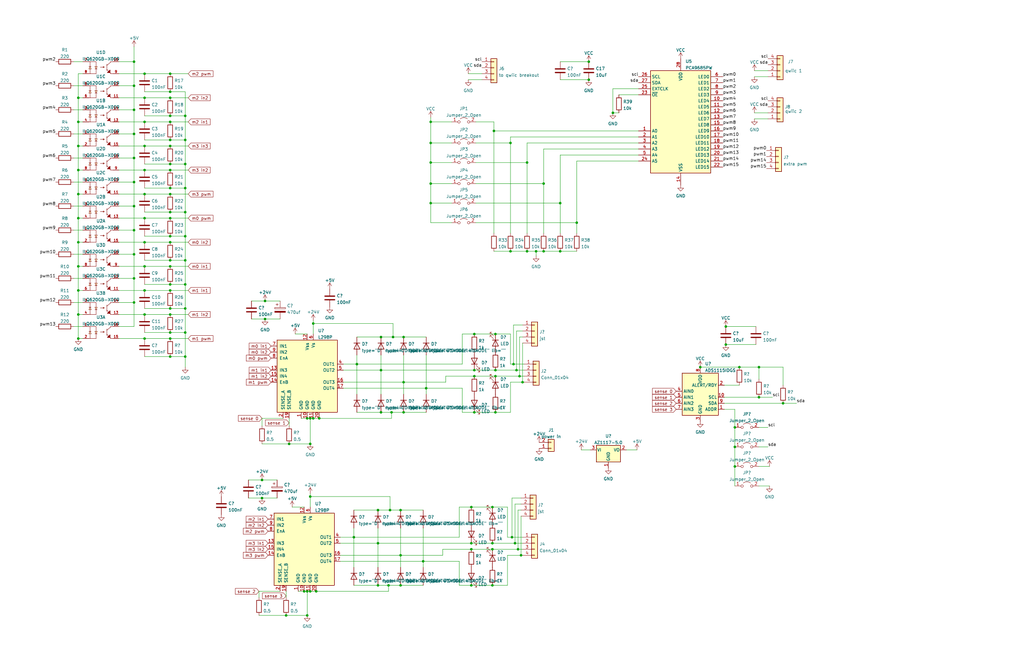
<source format=kicad_sch>
(kicad_sch (version 20211123) (generator eeschema)
  (paper "B")
  (junction (at 219.71 234.315))
  (junction (at 71.755 102.235))
  (junction (at 60.96 102.235))
  (junction (at 78.105 59.055))
  (junction (at 78.105 99.695))
  (junction (at 56.515 86.995))
  (junction (at 33.02 61.595))
  (junction (at 71.755 99.695))
  (junction (at 309.88 188.595))
  (junction (at 78.105 89.535))
  (junction (at 71.755 132.715))
  (junction (at 306.07 145.415))
  (junction (at 33.02 81.915))
  (junction (at 71.755 122.555))
  (junction (at 78.105 150.495))
  (junction (at 71.755 71.755))
  (junction (at 78.105 120.015))
  (junction (at 56.515 36.195))
  (junction (at 216.535 153.67))
  (junction (at 60.96 51.435))
  (junction (at 33.02 122.555))
  (junction (at 198.755 231.775))
  (junction (at 168.91 234.315))
  (junction (at 71.755 112.395))
  (junction (at 132.08 136.525))
  (junction (at 236.22 106.045))
  (junction (at 56.515 46.355))
  (junction (at 33.02 142.875))
  (junction (at 56.515 107.315))
  (junction (at 215.9 226.695))
  (junction (at 71.755 59.055))
  (junction (at 208.915 173.99))
  (junction (at 71.755 51.435))
  (junction (at 226.06 106.045))
  (junction (at 243.205 93.98))
  (junction (at 130.81 249.555))
  (junction (at 200.025 158.75))
  (junction (at 78.105 130.175))
  (junction (at 56.515 76.835))
  (junction (at 165.1 173.99))
  (junction (at 111.76 134.62))
  (junction (at 130.81 209.55))
  (junction (at 33.02 102.235))
  (junction (at 159.385 229.235))
  (junction (at 306.07 137.795))
  (junction (at 207.645 231.775))
  (junction (at 320.04 154.94))
  (junction (at 60.96 142.875))
  (junction (at 236.22 85.725))
  (junction (at 60.96 31.115))
  (junction (at 179.705 163.83))
  (junction (at 33.02 51.435))
  (junction (at 163.83 247.015))
  (junction (at 248.285 26.035))
  (junction (at 217.17 229.235))
  (junction (at 207.645 247.015))
  (junction (at 159.385 247.015))
  (junction (at 208.28 55.245))
  (junction (at 309.88 196.85))
  (junction (at 200.025 173.99))
  (junction (at 217.805 156.21))
  (junction (at 71.755 109.855))
  (junction (at 56.515 56.515))
  (junction (at 71.755 150.495))
  (junction (at 56.515 97.155))
  (junction (at 71.755 130.175))
  (junction (at 208.915 156.21))
  (junction (at 168.91 215.265))
  (junction (at 160.655 156.21))
  (junction (at 207.645 229.235))
  (junction (at 60.96 71.755))
  (junction (at 170.18 142.24))
  (junction (at 33.02 41.275))
  (junction (at 170.18 173.99))
  (junction (at 110.49 210.185))
  (junction (at 208.915 140.97))
  (junction (at 71.755 120.015))
  (junction (at 219.075 158.75))
  (junction (at 56.515 117.475))
  (junction (at 248.285 33.655))
  (junction (at 181.61 51.435))
  (junction (at 207.645 213.995))
  (junction (at 311.785 154.94))
  (junction (at 198.755 213.995))
  (junction (at 71.755 140.335))
  (junction (at 56.515 127.635))
  (junction (at 71.755 89.535))
  (junction (at 78.105 109.855))
  (junction (at 215.265 106.045))
  (junction (at 33.02 71.755))
  (junction (at 71.755 41.275))
  (junction (at 71.755 61.595))
  (junction (at 200.025 156.21))
  (junction (at 168.91 247.015))
  (junction (at 164.465 215.265))
  (junction (at 129.54 249.555))
  (junction (at 198.755 247.015))
  (junction (at 150.495 153.67))
  (junction (at 56.515 26.035))
  (junction (at 60.96 122.555))
  (junction (at 181.61 85.725))
  (junction (at 71.755 79.375))
  (junction (at 258.445 47.625))
  (junction (at 33.02 132.715))
  (junction (at 229.235 77.47))
  (junction (at 128.27 249.555))
  (junction (at 71.755 31.115))
  (junction (at 78.105 79.375))
  (junction (at 60.96 132.715))
  (junction (at 71.755 48.895))
  (junction (at 71.755 69.215))
  (junction (at 56.515 66.675))
  (junction (at 33.02 92.075))
  (junction (at 71.755 142.875))
  (junction (at 198.755 229.235))
  (junction (at 133.35 249.555))
  (junction (at 309.88 180.34))
  (junction (at 159.385 215.265))
  (junction (at 320.04 167.64))
  (junction (at 181.61 60.325))
  (junction (at 71.755 38.735))
  (junction (at 33.02 112.395))
  (junction (at 71.755 81.915))
  (junction (at 222.25 106.045))
  (junction (at 110.49 202.565))
  (junction (at 60.96 92.075))
  (junction (at 215.265 60.325))
  (junction (at 60.96 61.595))
  (junction (at 222.25 68.58))
  (junction (at 229.235 106.045))
  (junction (at 129.54 176.53))
  (junction (at 111.76 127))
  (junction (at 200.025 140.97))
  (junction (at 60.96 112.395))
  (junction (at 208.915 158.75))
  (junction (at 160.655 142.24))
  (junction (at 181.61 77.47))
  (junction (at 149.225 226.695))
  (junction (at 78.105 69.215))
  (junction (at 60.96 81.915))
  (junction (at 178.435 236.855))
  (junction (at 170.18 161.29))
  (junction (at 132.08 176.53))
  (junction (at 165.735 142.24))
  (junction (at 60.96 41.275))
  (junction (at 78.105 48.895))
  (junction (at 71.755 92.075))
  (junction (at 129.54 259.715))
  (junction (at 78.105 140.335))
  (junction (at 295.275 154.94))
  (junction (at 121.92 187.325))
  (junction (at 130.81 176.53))
  (junction (at 330.2 170.18))
  (junction (at 160.655 173.99))
  (junction (at 220.345 161.29))
  (junction (at 134.62 176.53))
  (junction (at 120.65 259.715))
  (junction (at 181.61 68.58))
  (junction (at 130.81 187.325))
  (junction (at 218.44 231.775))
  (wire (pts (xy 50.165 31.115) (xy 60.96 31.115)))
  (wire (pts (xy 31.115 36.195) (xy 34.925 36.195)))
  (wire (pts (xy 143.51 234.315) (xy 168.91 234.315)))
  (wire (pts (xy 33.02 122.555) (xy 34.925 122.555)))
  (wire (pts (xy 219.71 215.265) (xy 218.44 215.265)))
  (wire (pts (xy 31.115 66.675) (xy 34.925 66.675)))
  (wire (pts (xy 160.655 142.24) (xy 165.735 142.24)))
  (wire (pts (xy 215.9 226.695) (xy 213.995 226.695)))
  (wire (pts (xy 213.995 247.015) (xy 213.995 234.315)))
  (wire (pts (xy 170.18 142.24) (xy 179.705 142.24)))
  (wire (pts (xy 219.71 210.185) (xy 215.9 210.185)))
  (wire (pts (xy 219.075 158.75) (xy 220.98 158.75)))
  (wire (pts (xy 226.06 106.045) (xy 226.06 107.95)))
  (wire (pts (xy 229.235 77.47) (xy 229.235 98.425)))
  (wire (pts (xy 268.605 189.865) (xy 264.16 189.865)))
  (wire (pts (xy 236.22 85.725) (xy 236.22 98.425)))
  (wire (pts (xy 330.2 154.94) (xy 330.2 162.56)))
  (wire (pts (xy 226.06 106.045) (xy 229.235 106.045)))
  (wire (pts (xy 56.515 107.315) (xy 56.515 117.475)))
  (wire (pts (xy 215.265 60.325) (xy 200.66 60.325)))
  (wire (pts (xy 208.915 140.97) (xy 200.025 140.97)))
  (wire (pts (xy 33.02 112.395) (xy 33.02 122.555)))
  (wire (pts (xy 197.485 31.115) (xy 203.2 31.115)))
  (wire (pts (xy 132.08 136.525) (xy 165.735 136.525)))
  (wire (pts (xy 219.71 234.315) (xy 220.345 234.315)))
  (wire (pts (xy 50.165 81.915) (xy 60.96 81.915)))
  (wire (pts (xy 181.61 51.435) (xy 190.5 51.435)))
  (wire (pts (xy 194.945 163.83) (xy 194.945 173.99)))
  (wire (pts (xy 159.385 229.235) (xy 159.385 239.395)))
  (wire (pts (xy 208.28 51.435) (xy 200.66 51.435)))
  (wire (pts (xy 121.92 179.705) (xy 121.92 176.53)))
  (wire (pts (xy 50.165 102.235) (xy 60.96 102.235)))
  (wire (pts (xy 181.61 85.725) (xy 181.61 93.98)))
  (wire (pts (xy 109.22 252.095) (xy 109.22 249.555)))
  (wire (pts (xy 181.61 77.47) (xy 190.5 77.47)))
  (wire (pts (xy 56.515 36.195) (xy 56.515 46.355)))
  (wire (pts (xy 60.96 122.555) (xy 71.755 122.555)))
  (wire (pts (xy 150.495 149.86) (xy 150.495 153.67)))
  (wire (pts (xy 181.61 60.325) (xy 181.61 68.58)))
  (wire (pts (xy 50.165 127.635) (xy 56.515 127.635)))
  (wire (pts (xy 165.1 176.53) (xy 165.1 173.99)))
  (wire (pts (xy 60.96 140.335) (xy 71.755 140.335)))
  (wire (pts (xy 56.515 127.635) (xy 56.515 137.795)))
  (wire (pts (xy 143.51 226.695) (xy 149.225 226.695)))
  (wire (pts (xy 144.78 163.83) (xy 179.705 163.83)))
  (wire (pts (xy 104.775 202.565) (xy 110.49 202.565)))
  (wire (pts (xy 120.65 259.715) (xy 129.54 259.715)))
  (wire (pts (xy 215.265 60.325) (xy 215.265 98.425)))
  (wire (pts (xy 143.51 229.235) (xy 159.385 229.235)))
  (wire (pts (xy 71.755 120.015) (xy 78.105 120.015)))
  (wire (pts (xy 168.91 234.315) (xy 168.91 239.395)))
  (wire (pts (xy 217.17 229.235) (xy 220.345 229.235)))
  (wire (pts (xy 187.96 158.75) (xy 200.025 158.75)))
  (wire (pts (xy 208.28 55.245) (xy 208.28 98.425)))
  (wire (pts (xy 50.165 61.595) (xy 60.96 61.595)))
  (wire (pts (xy 159.385 215.265) (xy 164.465 215.265)))
  (wire (pts (xy 50.165 97.155) (xy 56.515 97.155)))
  (wire (pts (xy 71.755 81.915) (xy 79.375 81.915)))
  (wire (pts (xy 33.02 132.715) (xy 33.02 142.875)))
  (wire (pts (xy 33.02 81.915) (xy 34.925 81.915)))
  (wire (pts (xy 33.02 132.715) (xy 34.925 132.715)))
  (wire (pts (xy 178.435 236.855) (xy 178.435 239.395)))
  (wire (pts (xy 309.88 188.595) (xy 309.88 196.85)))
  (wire (pts (xy 215.265 57.785) (xy 269.24 57.785)))
  (wire (pts (xy 78.105 48.895) (xy 78.105 59.055)))
  (wire (pts (xy 200.025 156.21) (xy 208.915 156.21)))
  (wire (pts (xy 186.69 234.315) (xy 186.69 231.775)))
  (wire (pts (xy 150.495 173.99) (xy 160.655 173.99)))
  (wire (pts (xy 33.02 92.075) (xy 33.02 102.235)))
  (wire (pts (xy 168.91 234.315) (xy 186.69 234.315)))
  (wire (pts (xy 127 176.53) (xy 129.54 176.53)))
  (wire (pts (xy 165.735 136.525) (xy 165.735 142.24)))
  (wire (pts (xy 219.075 142.24) (xy 219.075 158.75)))
  (wire (pts (xy 207.645 247.015) (xy 213.995 247.015)))
  (wire (pts (xy 71.755 122.555) (xy 79.375 122.555)))
  (wire (pts (xy 215.265 57.785) (xy 215.265 60.325)))
  (wire (pts (xy 215.265 140.97) (xy 208.915 140.97)))
  (wire (pts (xy 56.515 56.515) (xy 56.515 66.675)))
  (wire (pts (xy 110.49 187.325) (xy 121.92 187.325)))
  (wire (pts (xy 78.105 38.735) (xy 78.105 48.895)))
  (wire (pts (xy 160.655 156.21) (xy 200.025 156.21)))
  (wire (pts (xy 220.345 139.7) (xy 217.805 139.7)))
  (wire (pts (xy 50.165 86.995) (xy 56.515 86.995)))
  (wire (pts (xy 193.675 213.995) (xy 193.675 226.695)))
  (wire (pts (xy 31.115 46.355) (xy 34.925 46.355)))
  (wire (pts (xy 159.385 247.015) (xy 163.83 247.015)))
  (wire (pts (xy 258.445 47.625) (xy 260.985 47.625)))
  (wire (pts (xy 71.755 142.875) (xy 79.375 142.875)))
  (wire (pts (xy 168.91 222.885) (xy 168.91 234.315)))
  (wire (pts (xy 31.115 86.995) (xy 34.925 86.995)))
  (wire (pts (xy 60.96 150.495) (xy 71.755 150.495)))
  (wire (pts (xy 311.785 162.56) (xy 305.435 162.56)))
  (wire (pts (xy 170.18 149.86) (xy 170.18 161.29)))
  (wire (pts (xy 50.165 26.035) (xy 56.515 26.035)))
  (wire (pts (xy 130.81 176.53) (xy 132.08 176.53)))
  (wire (pts (xy 170.18 173.99) (xy 179.705 173.99)))
  (wire (pts (xy 31.115 26.035) (xy 34.925 26.035)))
  (wire (pts (xy 50.165 36.195) (xy 56.515 36.195)))
  (wire (pts (xy 31.115 97.155) (xy 34.925 97.155)))
  (wire (pts (xy 236.22 106.045) (xy 243.205 106.045)))
  (wire (pts (xy 78.105 130.175) (xy 78.105 140.335)))
  (wire (pts (xy 200.66 93.98) (xy 243.205 93.98)))
  (wire (pts (xy 218.44 231.775) (xy 220.345 231.775)))
  (wire (pts (xy 60.96 132.715) (xy 71.755 132.715)))
  (wire (pts (xy 31.115 56.515) (xy 34.925 56.515)))
  (wire (pts (xy 130.81 176.53) (xy 130.81 187.325)))
  (wire (pts (xy 194.945 173.99) (xy 200.025 173.99)))
  (wire (pts (xy 213.995 213.995) (xy 207.645 213.995)))
  (wire (pts (xy 309.88 180.34) (xy 309.88 188.595)))
  (wire (pts (xy 71.755 51.435) (xy 79.375 51.435)))
  (wire (pts (xy 218.44 215.265) (xy 218.44 231.775)))
  (wire (pts (xy 236.22 85.725) (xy 236.22 65.405)))
  (wire (pts (xy 320.04 167.64) (xy 305.435 167.64)))
  (wire (pts (xy 56.515 66.675) (xy 56.515 76.835)))
  (wire (pts (xy 200.025 158.75) (xy 208.915 158.75)))
  (wire (pts (xy 50.165 137.795) (xy 56.515 137.795)))
  (wire (pts (xy 323.85 180.34) (xy 320.04 180.34)))
  (wire (pts (xy 217.805 156.21) (xy 220.98 156.21)))
  (wire (pts (xy 245.11 189.865) (xy 248.92 189.865)))
  (wire (pts (xy 33.02 61.595) (xy 33.02 71.755)))
  (wire (pts (xy 106.045 134.62) (xy 111.76 134.62)))
  (wire (pts (xy 60.96 61.595) (xy 71.755 61.595)))
  (wire (pts (xy 144.78 153.67) (xy 150.495 153.67)))
  (wire (pts (xy 222.25 106.045) (xy 226.06 106.045)))
  (wire (pts (xy 320.04 154.94) (xy 330.2 154.94)))
  (wire (pts (xy 60.96 92.075) (xy 71.755 92.075)))
  (wire (pts (xy 33.02 81.915) (xy 33.02 92.075)))
  (wire (pts (xy 60.96 51.435) (xy 71.755 51.435)))
  (wire (pts (xy 144.78 156.21) (xy 160.655 156.21)))
  (wire (pts (xy 164.465 209.55) (xy 164.465 215.265)))
  (wire (pts (xy 222.25 68.58) (xy 222.25 98.425)))
  (wire (pts (xy 207.645 213.995) (xy 198.755 213.995)))
  (wire (pts (xy 60.96 130.175) (xy 71.755 130.175)))
  (wire (pts (xy 258.445 47.625) (xy 258.445 37.465)))
  (wire (pts (xy 216.535 153.67) (xy 215.265 153.67)))
  (wire (pts (xy 71.755 150.495) (xy 78.105 150.495)))
  (wire (pts (xy 160.655 149.86) (xy 160.655 156.21)))
  (wire (pts (xy 215.265 173.99) (xy 215.265 161.29)))
  (wire (pts (xy 60.96 99.695) (xy 71.755 99.695)))
  (wire (pts (xy 243.205 93.98) (xy 243.205 67.945)))
  (wire (pts (xy 215.265 153.67) (xy 215.265 140.97)))
  (wire (pts (xy 33.02 41.275) (xy 33.02 51.435)))
  (wire (pts (xy 50.165 142.875) (xy 60.96 142.875)))
  (wire (pts (xy 229.235 77.47) (xy 229.235 62.865)))
  (wire (pts (xy 71.755 79.375) (xy 78.105 79.375)))
  (wire (pts (xy 106.045 127) (xy 111.76 127)))
  (wire (pts (xy 132.08 135.255) (xy 132.08 136.525)))
  (wire (pts (xy 200.66 85.725) (xy 236.22 85.725)))
  (wire (pts (xy 198.755 229.235) (xy 207.645 229.235)))
  (wire (pts (xy 186.69 231.775) (xy 198.755 231.775)))
  (wire (pts (xy 60.96 38.735) (xy 71.755 38.735)))
  (wire (pts (xy 198.755 231.775) (xy 207.645 231.775)))
  (wire (pts (xy 323.85 188.595) (xy 320.04 188.595)))
  (wire (pts (xy 220.98 153.67) (xy 216.535 153.67)))
  (wire (pts (xy 208.915 173.99) (xy 215.265 173.99)))
  (wire (pts (xy 78.105 120.015) (xy 78.105 130.175)))
  (wire (pts (xy 170.18 161.29) (xy 170.18 166.37)))
  (wire (pts (xy 243.205 67.945) (xy 269.24 67.945)))
  (wire (pts (xy 130.81 208.28) (xy 130.81 209.55)))
  (wire (pts (xy 124.46 140.97) (xy 129.54 140.97)))
  (wire (pts (xy 71.755 140.335) (xy 78.105 140.335)))
  (wire (pts (xy 208.28 51.435) (xy 208.28 55.245)))
  (wire (pts (xy 50.165 66.675) (xy 56.515 66.675)))
  (wire (pts (xy 181.61 68.58) (xy 181.61 77.47)))
  (wire (pts (xy 132.08 176.53) (xy 134.62 176.53)))
  (wire (pts (xy 71.755 71.755) (xy 79.375 71.755)))
  (wire (pts (xy 50.165 117.475) (xy 56.515 117.475)))
  (wire (pts (xy 33.02 102.235) (xy 33.02 112.395)))
  (wire (pts (xy 78.105 59.055) (xy 78.105 69.215)))
  (wire (pts (xy 229.235 106.045) (xy 236.22 106.045)))
  (wire (pts (xy 165.735 142.24) (xy 170.18 142.24)))
  (wire (pts (xy 111.76 127) (xy 118.11 127)))
  (wire (pts (xy 219.71 212.725) (xy 217.17 212.725)))
  (wire (pts (xy 149.225 215.265) (xy 159.385 215.265)))
  (wire (pts (xy 217.17 212.725) (xy 217.17 229.235)))
  (wire (pts (xy 220.345 161.29) (xy 220.98 161.29)))
  (wire (pts (xy 78.105 69.215) (xy 78.105 79.375)))
  (wire (pts (xy 260.985 40.005) (xy 269.24 40.005)))
  (wire (pts (xy 179.705 149.86) (xy 179.705 163.83)))
  (wire (pts (xy 33.02 122.555) (xy 33.02 132.715)))
  (wire (pts (xy 130.81 209.55) (xy 130.81 213.995)))
  (wire (pts (xy 149.225 226.695) (xy 149.225 239.395)))
  (wire (pts (xy 60.96 109.855) (xy 71.755 109.855)))
  (wire (pts (xy 33.02 71.755) (xy 33.02 81.915)))
  (wire (pts (xy 33.02 31.115) (xy 33.02 41.275)))
  (wire (pts (xy 236.22 65.405) (xy 269.24 65.405)))
  (wire (pts (xy 325.755 167.64) (xy 320.04 167.64)))
  (wire (pts (xy 222.25 68.58) (xy 222.25 60.325)))
  (wire (pts (xy 71.755 92.075) (xy 79.375 92.075)))
  (wire (pts (xy 164.465 215.265) (xy 168.91 215.265)))
  (wire (pts (xy 163.83 247.015) (xy 168.91 247.015)))
  (wire (pts (xy 56.515 26.035) (xy 56.515 19.685)))
  (wire (pts (xy 123.19 213.995) (xy 128.27 213.995)))
  (wire (pts (xy 78.105 79.375) (xy 78.105 89.535)))
  (wire (pts (xy 309.88 196.85) (xy 309.88 205.105)))
  (wire (pts (xy 60.96 120.015) (xy 71.755 120.015)))
  (wire (pts (xy 130.81 209.55) (xy 164.465 209.55)))
  (wire (pts (xy 110.49 176.53) (xy 110.49 179.705)))
  (wire (pts (xy 149.225 247.015) (xy 159.385 247.015)))
  (wire (pts (xy 71.755 109.855) (xy 78.105 109.855)))
  (wire (pts (xy 33.02 112.395) (xy 34.925 112.395)))
  (wire (pts (xy 309.88 172.72) (xy 309.88 180.34)))
  (wire (pts (xy 219.71 217.805) (xy 219.71 234.315)))
  (wire (pts (xy 200.66 77.47) (xy 229.235 77.47)))
  (wire (pts (xy 78.105 150.495) (xy 78.105 154.94)))
  (wire (pts (xy 56.515 36.195) (xy 56.515 26.035)))
  (wire (pts (xy 330.2 170.18) (xy 305.435 170.18)))
  (wire (pts (xy 71.755 59.055) (xy 78.105 59.055)))
  (wire (pts (xy 130.81 249.555) (xy 133.35 249.555)))
  (wire (pts (xy 306.07 137.795) (xy 318.77 137.795)))
  (wire (pts (xy 133.35 249.555) (xy 163.83 249.555)))
  (wire (pts (xy 269.24 55.245) (xy 208.28 55.245)))
  (wire (pts (xy 159.385 222.885) (xy 159.385 229.235)))
  (wire (pts (xy 50.165 122.555) (xy 60.96 122.555)))
  (wire (pts (xy 50.165 112.395) (xy 60.96 112.395)))
  (wire (pts (xy 213.995 226.695) (xy 213.995 213.995)))
  (wire (pts (xy 33.02 51.435) (xy 33.02 61.595)))
  (wire (pts (xy 128.27 249.555) (xy 129.54 249.555)))
  (wire (pts (xy 181.61 68.58) (xy 190.5 68.58)))
  (wire (pts (xy 60.96 41.275) (xy 71.755 41.275)))
  (wire (pts (xy 71.755 69.215) (xy 78.105 69.215)))
  (wire (pts (xy 213.995 234.315) (xy 219.71 234.315)))
  (wire (pts (xy 200.66 68.58) (xy 222.25 68.58)))
  (wire (pts (xy 110.49 202.565) (xy 116.84 202.565)))
  (wire (pts (xy 217.805 139.7) (xy 217.805 156.21)))
  (wire (pts (xy 179.705 163.83) (xy 194.945 163.83)))
  (wire (pts (xy 33.02 61.595) (xy 34.925 61.595)))
  (wire (pts (xy 71.755 99.695) (xy 78.105 99.695)))
  (wire (pts (xy 60.96 81.915) (xy 71.755 81.915)))
  (wire (pts (xy 198.755 247.015) (xy 207.645 247.015)))
  (wire (pts (xy 320.04 154.94) (xy 320.04 160.02)))
  (wire (pts (xy 56.515 117.475) (xy 56.515 127.635)))
  (wire (pts (xy 306.07 145.415) (xy 318.77 145.415)))
  (wire (pts (xy 150.495 142.24) (xy 160.655 142.24)))
  (wire (pts (xy 295.275 154.94) (xy 311.785 154.94)))
  (wire (pts (xy 134.62 176.53) (xy 165.1 176.53)))
  (wire (pts (xy 215.265 106.045) (xy 222.25 106.045)))
  (wire (pts (xy 31.115 137.795) (xy 34.925 137.795)))
  (wire (pts (xy 318.135 32.385) (xy 323.85 32.385)))
  (wire (pts (xy 109.22 259.715) (xy 120.65 259.715)))
  (wire (pts (xy 56.515 46.355) (xy 56.515 56.515)))
  (wire (pts (xy 60.96 71.755) (xy 71.755 71.755)))
  (wire (pts (xy 31.115 127.635) (xy 34.925 127.635)))
  (wire (pts (xy 31.115 76.835) (xy 34.925 76.835)))
  (wire (pts (xy 132.08 136.525) (xy 132.08 140.97)))
  (wire (pts (xy 222.25 60.325) (xy 269.24 60.325)))
  (wire (pts (xy 324.485 196.85) (xy 320.04 196.85)))
  (wire (pts (xy 324.485 205.105) (xy 320.04 205.105)))
  (wire (pts (xy 193.675 226.695) (xy 149.225 226.695)))
  (wire (pts (xy 71.755 31.115) (xy 79.375 31.115)))
  (wire (pts (xy 181.61 60.325) (xy 190.5 60.325)))
  (wire (pts (xy 215.9 210.185) (xy 215.9 226.695)))
  (wire (pts (xy 216.535 137.16) (xy 216.535 153.67)))
  (wire (pts (xy 60.96 59.055) (xy 71.755 59.055)))
  (wire (pts (xy 71.755 132.715) (xy 79.375 132.715)))
  (wire (pts (xy 168.91 215.265) (xy 178.435 215.265)))
  (wire (pts (xy 229.235 62.865) (xy 269.24 62.865)))
  (wire (pts (xy 71.755 89.535) (xy 78.105 89.535)))
  (wire (pts (xy 34.925 31.115) (xy 33.02 31.115)))
  (wire (pts (xy 181.61 51.435) (xy 181.61 60.325)))
  (wire (pts (xy 208.915 156.21) (xy 217.805 156.21)))
  (wire (pts (xy 60.96 31.115) (xy 71.755 31.115)))
  (wire (pts (xy 129.54 176.53) (xy 130.81 176.53)))
  (wire (pts (xy 193.675 236.855) (xy 193.675 247.015)))
  (wire (pts (xy 258.445 37.465) (xy 269.24 37.465)))
  (wire (pts (xy 31.115 117.475) (xy 34.925 117.475)))
  (wire (pts (xy 207.645 231.775) (xy 218.44 231.775)))
  (wire (pts (xy 111.76 134.62) (xy 118.11 134.62)))
  (wire (pts (xy 220.345 226.695) (xy 215.9 226.695)))
  (wire (pts (xy 109.22 249.555) (xy 118.11 249.555)))
  (wire (pts (xy 178.435 236.855) (xy 193.675 236.855)))
  (wire (pts (xy 71.755 61.595) (xy 79.375 61.595)))
  (wire (pts (xy 243.205 93.98) (xy 243.205 98.425)))
  (wire (pts (xy 60.96 142.875) (xy 71.755 142.875)))
  (wire (pts (xy 129.54 249.555) (xy 129.54 259.715)))
  (wire (pts (xy 60.96 48.895) (xy 71.755 48.895)))
  (wire (pts (xy 78.105 140.335) (xy 78.105 150.495)))
  (wire (pts (xy 50.165 132.715) (xy 60.96 132.715)))
  (wire (pts (xy 71.755 41.275) (xy 79.375 41.275)))
  (wire (pts (xy 33.02 71.755) (xy 34.925 71.755)))
  (wire (pts (xy 71.755 38.735) (xy 78.105 38.735)))
  (wire (pts (xy 160.655 156.21) (xy 160.655 166.37)))
  (wire (pts (xy 121.92 187.325) (xy 130.81 187.325)))
  (wire (pts (xy 33.02 51.435) (xy 34.925 51.435)))
  (wire (pts (xy 220.345 144.78) (xy 220.345 161.29)))
  (wire (pts (xy 56.515 86.995) (xy 56.515 97.155)))
  (wire (pts (xy 318.135 50.165) (xy 323.85 50.165)))
  (wire (pts (xy 335.915 170.18) (xy 330.2 170.18)))
  (wire (pts (xy 60.96 79.375) (xy 71.755 79.375)))
  (wire (pts (xy 50.165 92.075) (xy 60.96 92.075)))
  (wire (pts (xy 33.02 92.075) (xy 34.925 92.075)))
  (wire (pts (xy 163.83 249.555) (xy 163.83 247.015)))
  (wire (pts (xy 181.61 77.47) (xy 181.61 85.725)))
  (wire (pts (xy 150.495 153.67) (xy 150.495 166.37)))
  (wire (pts (xy 198.755 213.995) (xy 193.675 213.995)))
  (wire (pts (xy 119.38 176.53) (xy 110.49 176.53)))
  (wire (pts (xy 33.02 41.275) (xy 34.925 41.275)))
  (wire (pts (xy 71.755 48.895) (xy 78.105 48.895)))
  (wire (pts (xy 50.165 46.355) (xy 56.515 46.355)))
  (wire (pts (xy 50.165 51.435) (xy 60.96 51.435)))
  (wire (pts (xy 60.96 89.535) (xy 71.755 89.535)))
  (wire (pts (xy 50.165 41.275) (xy 60.96 41.275)))
  (wire (pts (xy 318.135 47.625) (xy 323.85 47.625)))
  (wire (pts (xy 160.655 173.99) (xy 165.1 173.99)))
  (wire (pts (xy 60.96 69.215) (xy 71.755 69.215)))
  (wire (pts (xy 78.105 109.855) (xy 78.105 120.015)))
  (wire (pts (xy 179.705 163.83) (xy 179.705 166.37)))
  (wire (pts (xy 190.5 93.98) (xy 181.61 93.98)))
  (wire (pts (xy 207.645 229.235) (xy 217.17 229.235)))
  (wire (pts (xy 200.025 173.99) (xy 208.915 173.99)))
  (wire (pts (xy 236.22 26.035) (xy 248.285 26.035)))
  (wire (pts (xy 78.105 99.695) (xy 78.105 109.855)))
  (wire (pts (xy 56.515 97.155) (xy 56.515 107.315)))
  (wire (pts (xy 120.65 252.095) (xy 120.65 249.555)))
  (wire (pts (xy 220.345 142.24) (xy 219.075 142.24)))
  (wire (pts (xy 318.135 29.845) (xy 323.85 29.845)))
  (wire (pts (xy 194.945 140.97) (xy 194.945 153.67)))
  (wire (pts (xy 60.96 102.235) (xy 71.755 102.235)))
  (wire (pts (xy 78.105 89.535) (xy 78.105 99.695)))
  (wire (pts (xy 197.485 33.655) (xy 203.2 33.655)))
  (wire (pts (xy 149.225 222.885) (xy 149.225 226.695)))
  (wire (pts (xy 144.78 161.29) (xy 170.18 161.29)))
  (wire (pts (xy 71.755 112.395) (xy 79.375 112.395)))
  (wire (pts (xy 50.165 107.315) (xy 56.515 107.315)))
  (wire (pts (xy 125.73 249.555) (xy 128.27 249.555)))
  (wire (pts (xy 129.54 249.555) (xy 130.81 249.555)))
  (wire (pts (xy 31.115 107.315) (xy 34.925 107.315)))
  (wire (pts (xy 170.18 161.29) (xy 187.96 161.29)))
  (wire (pts (xy 110.49 210.185) (xy 116.84 210.185)))
  (wire (pts (xy 143.51 236.855) (xy 178.435 236.855)))
  (wire (pts (xy 71.755 102.235) (xy 79.375 102.235)))
  (wire (pts (xy 208.28 106.045) (xy 215.265 106.045)))
  (wire (pts (xy 60.96 112.395) (xy 71.755 112.395)))
  (wire (pts (xy 33.02 142.875) (xy 34.925 142.875)))
  (wire (pts (xy 181.61 85.725) (xy 190.5 85.725)))
  (wire (pts (xy 187.96 161.29) (xy 187.96 158.75)))
  (wire (pts (xy 50.165 71.755) (xy 60.96 71.755)))
  (wire (pts (xy 50.165 76.835) (xy 56.515 76.835)))
  (wire (pts (xy 159.385 229.235) (xy 198.755 229.235)))
  (wire (pts (xy 33.02 102.235) (xy 34.925 102.235)))
  (wire (pts (xy 71.755 130.175) (xy 78.105 130.175)))
  (wire (pts (xy 104.775 210.185) (xy 110.49 210.185)))
  (wire (pts (xy 305.435 172.72) (xy 309.88 172.72)))
  (wire (pts (xy 208.915 158.75) (xy 219.075 158.75)))
  (wire (pts (xy 56.515 76.835) (xy 56.515 86.995)))
  (wire (pts (xy 165.1 173.99) (xy 170.18 173.99)))
  (wire (pts (xy 50.165 56.515) (xy 56.515 56.515)))
  (wire (pts (xy 193.675 247.015) (xy 198.755 247.015)))
  (wire (pts (xy 236.22 33.655) (xy 248.285 33.655)))
  (wire (pts (xy 311.785 154.94) (xy 320.04 154.94)))
  (wire (pts (xy 194.945 153.67) (xy 150.495 153.67)))
  (wire (pts (xy 220.345 137.16) (xy 216.535 137.16)))
  (wire (pts (xy 168.91 247.015) (xy 178.435 247.015)))
  (wire (pts (xy 178.435 222.885) (xy 178.435 236.855)))
  (wire (pts (xy 215.265 161.29) (xy 220.345 161.29)))
  (wire (pts (xy 181.61 49.53) (xy 181.61 51.435)))
  (wire (pts (xy 200.025 140.97) (xy 194.945 140.97)))
  (label "pwm13" (at 23.495 137.795 180))
  (label "pwm11" (at 304.8 60.325 0))
  (label "pwm2" (at 23.495 26.035 180))
  (label "pwm11" (at 23.495 117.475 180))
  (label "pwm10" (at 304.8 57.785 0))
  (label "sda" (at 335.915 170.18 0))
  (label "scl" (at 323.85 180.34 0))
  (label "sda" (at 323.85 27.305 180))
  (label "pwm7" (at 23.495 76.835 180))
  (label "pwm12" (at 304.8 62.865 0))
  (label "pwm9" (at 304.8 55.245 0))
  (label "pwm2" (at 304.8 37.465 0))
  (label "sda" (at 203.2 28.575 180))
  (label "pwm0" (at 304.8 32.385 0))
  (label "pwm5" (at 304.8 45.085 0))
  (label "pwm13" (at 304.8 65.405 0))
  (label "pwm9" (at 23.495 97.155 180))
  (label "pwm3" (at 23.495 36.195 180))
  (label "scl" (at 323.85 42.545 180))
  (label "pwm6" (at 23.495 66.675 180))
  (label "pwm0" (at 323.215 63.5 180))
  (label "pwm12" (at 23.495 127.635 180))
  (label "scl" (at 203.2 26.035 180))
  (label "pwm15" (at 323.215 71.12 180))
  (label "sda" (at 323.85 45.085 180))
  (label "pwm4" (at 23.495 46.355 180))
  (label "scl" (at 269.24 32.385 180))
  (label "pwm6" (at 304.8 47.625 0))
  (label "pwm3" (at 304.8 40.005 0))
  (label "pwm14" (at 323.215 68.58 180))
  (label "pwm8" (at 304.8 52.705 0))
  (label "scl" (at 323.85 24.765 180))
  (label "scl" (at 325.755 167.64 0))
  (label "pwm1" (at 323.215 66.04 180))
  (label "pwm8" (at 23.495 86.995 180))
  (label "pwm4" (at 304.8 42.545 0))
  (label "sda" (at 323.85 188.595 0))
  (label "pwm5" (at 23.495 56.515 180))
  (label "pwm15" (at 304.8 70.485 0))
  (label "pwm1" (at 304.8 34.925 0))
  (label "pwm10" (at 23.495 107.315 180))
  (label "sda" (at 269.24 34.925 180))
  (label "pwm14" (at 304.8 67.945 0))
  (label "pwm7" (at 304.8 50.165 0))
  (global_label "sense 2" (shape input) (at 109.22 249.555 180) (property "Intersheet References" "${INTERSHEET_REFS}" (effects hide)))
  (global_label "m2 in2" (shape input) (at 79.375 41.275 0) (property "Intersheet References" "${INTERSHEET_REFS}" (effects hide)))
  (global_label "sense 0" (shape input) (at 110.49 176.53 180) (property "Intersheet References" "${INTERSHEET_REFS}" (effects hide)))
  (global_label "m3 in3" (shape input) (at 79.375 61.595 0) (property "Intersheet References" "${INTERSHEET_REFS}" (effects hide)))
  (global_label "m0 in2" (shape input) (at 114.3 148.59 180) (property "Intersheet References" "${INTERSHEET_REFS}" (effects hide)))
  (global_label "sense 1" (shape input) (at 121.92 178.435 180) (property "Intersheet References" "${INTERSHEET_REFS}" (effects hide)))
  (global_label "sense 2" (shape input) (at 285.115 170.18 180) (property "Intersheet References" "${INTERSHEET_REFS}" (effects hide)))
  (global_label "m1 pwm" (shape input) (at 79.375 142.875 0) (property "Intersheet References" "${INTERSHEET_REFS}" (effects hide)))
  (global_label "sense 1" (shape input) (at 285.115 167.64 180) (property "Intersheet References" "${INTERSHEET_REFS}" (effects hide)))
  (global_label "m2 in1" (shape input) (at 113.03 219.075 180) (property "Intersheet References" "${INTERSHEET_REFS}" (effects hide)))
  (global_label "m2 pwm" (shape input) (at 113.03 224.155 180) (property "Intersheet References" "${INTERSHEET_REFS}" (effects hide)))
  (global_label "m3 in2" (shape input) (at 79.375 71.755 0) (property "Intersheet References" "${INTERSHEET_REFS}" (effects hide)))
  (global_label "m1 in1" (shape input) (at 114.3 156.21 180) (property "Intersheet References" "${INTERSHEET_REFS}" (effects hide)))
  (global_label "m2 in1" (shape input) (at 79.375 51.435 0) (property "Intersheet References" "${INTERSHEET_REFS}" (effects hide)))
  (global_label "sense 0" (shape input) (at 285.115 165.1 180) (property "Intersheet References" "${INTERSHEET_REFS}" (effects hide)))
  (global_label "m3 pwm" (shape input) (at 79.375 81.915 0) (property "Intersheet References" "${INTERSHEET_REFS}" (effects hide)))
  (global_label "m1 pwm" (shape input) (at 114.3 161.29 180) (property "Intersheet References" "${INTERSHEET_REFS}" (effects hide)))
  (global_label "m1 in1" (shape input) (at 79.375 122.555 0) (property "Intersheet References" "${INTERSHEET_REFS}" (effects hide)))
  (global_label "m0 in2" (shape input) (at 79.375 102.235 0) (property "Intersheet References" "${INTERSHEET_REFS}" (effects hide)))
  (global_label "m3 in2" (shape input) (at 113.03 231.775 180) (property "Intersheet References" "${INTERSHEET_REFS}" (effects hide)))
  (global_label "m0 pwm" (shape input) (at 114.3 151.13 180) (property "Intersheet References" "${INTERSHEET_REFS}" (effects hide)))
  (global_label "m1 in2" (shape input) (at 114.3 158.75 180) (property "Intersheet References" "${INTERSHEET_REFS}" (effects hide)))
  (global_label "m0 in1" (shape input) (at 79.375 112.395 0) (property "Intersheet References" "${INTERSHEET_REFS}" (effects hide)))
  (global_label "m3 pwm" (shape input) (at 113.03 234.315 180) (property "Intersheet References" "${INTERSHEET_REFS}" (effects hide)))
  (global_label "sense 3" (shape input) (at 120.65 251.46 180) (property "Intersheet References" "${INTERSHEET_REFS}" (effects hide)))
  (global_label "m3 in1" (shape input) (at 113.03 229.235 180) (property "Intersheet References" "${INTERSHEET_REFS}" (effects hide)))
  (global_label "m0 pwm" (shape input) (at 79.375 92.075 0) (property "Intersheet References" "${INTERSHEET_REFS}" (effects hide)))
  (global_label "sense 3" (shape input) (at 285.115 172.72 180) (property "Intersheet References" "${INTERSHEET_REFS}" (effects hide)))
  (global_label "m0 in1" (shape input) (at 114.3 146.05 180) (property "Intersheet References" "${INTERSHEET_REFS}" (effects hide)))
  (global_label "m2 in2" (shape input) (at 113.03 221.615 180) (property "Intersheet References" "${INTERSHEET_REFS}" (effects hide)))
  (global_label "m1 in2" (shape input) (at 79.375 132.715 0) (property "Intersheet References" "${INTERSHEET_REFS}" (effects hide)))
  (global_label "m2 pwm" (shape input) (at 79.375 31.115 0) (property "Intersheet References" "${INTERSHEET_REFS}" (effects hide)))
  (symbol (lib_id "Device:C") (at 60.96 95.885 0) (unit 1)
    (property "Reference" "C7" (at 63.881 94.9765 0) (effects (justify left)))
    (property "Value" "100nF" (at 63.881 97.7516 0) (effects (justify left)))
    (property "Footprint" "Capacitor_SMD:C_0603_1608Metric" (effects hide))
  )
  (symbol (lib_id "Device:LED") (at 208.915 144.78 270) (unit 1)
    (property "Reference" "D?" (at 210.947 142.284 90) (effects (justify left)))
    (property "Value" "LED" (at 210.947 145.0591 90) (effects (justify left)))
  )
  (symbol (lib_id "Device:R") (at 27.305 76.835 270) (unit 1)
    (property "Reference" "R6" (at 27.305 71.8525 90))
    (property "Value" "220" (at 27.305 74.6276 90))
    (property "Footprint" "Resistor_SMD:R_0603_1608Metric" (effects hide))
  )
  (symbol (lib_id "Connector_Generic:Conn_01x04") (at 328.295 66.04 0) (unit 1)
    (property "Reference" "J?" (at 330.327 66.4015 0) (effects (justify left)))
    (property "Value" "extra pwm" (at 330.327 69.1766 0) (effects (justify left)))
  )
  (symbol (lib_id "power:GND") (at 110.49 210.185 0) (unit 1)
    (property "Reference" "#PWR?" (effects hide))
    (property "Value" "GND" (at 110.49 214.7475 0))
  )
  (symbol (lib_id "power:+5V") (at 93.345 209.55 0) (unit 1)
    (property "Reference" "#PWR?" (effects hide))
    (property "Value" "+5V" (at 93.345 205.9455 0))
  )
  (symbol (lib_id "power:+5V") (at 123.19 213.995 0) (unit 1)
    (property "Reference" "#PWR?" (effects hide))
    (property "Value" "+5V" (at 123.19 210.3905 0))
  )
  (symbol (lib_id "power:VCC") (at 181.61 49.53 0) (unit 1)
    (property "Reference" "#PWR0107" (effects hide))
    (property "Value" "VCC" (at 181.61 45.9255 0))
  )
  (symbol (lib_id "Device:LED") (at 198.755 225.425 90) (unit 1)
    (property "Reference" "D?" (at 201.676 226.104 90) (effects (justify right)))
    (property "Value" "LED" (at 201.676 228.8791 90) (effects (justify right)))
  )
  (symbol (lib_id "Device:R") (at 71.755 126.365 0) (unit 1)
    (property "Reference" "R26" (at 73.533 125.4565 0) (effects (justify left)))
    (property "Value" "10k" (at 73.533 128.2316 0) (effects (justify left)))
    (property "Footprint" "Resistor_SMD:R_0603_1608Metric" (effects hide))
  )
  (symbol (lib_id "Evan's misc parts:ILQ620GB-X009") (at 42.545 48.895 0) (unit 2)
    (property "Reference" "U1" (at 42.545 42.4393 0))
    (property "Value" "ILQ620GB-X009" (at 42.545 45.2144 0))
    (property "Footprint" "Evan's misc parts:OPTO_ILQ620GB-X009" (effects hide))
    (property "MANUFACTURER" "Vishay" (effects hide))
    (property "STANDARD" "Manufacturer Recommendations" (effects hide))
    (property "PARTREV" "1.8" (effects hide))
    (property "MAXIMUM_PACKAGE_HEIGHT" "3.9mm" (effects hide))
  )
  (symbol (lib_id "Device:R") (at 109.22 255.905 0) (unit 1)
    (property "Reference" "R?" (at 110.998 254.9965 0) (effects (justify left)))
    (property "Value" "0.5" (at 110.998 257.7716 0) (effects (justify left)))
  )
  (symbol (lib_id "Device:R") (at 330.2 166.37 0) (unit 1)
    (property "Reference" "R?" (at 331.978 165.4615 0) (effects (justify left)))
    (property "Value" "10k" (at 331.978 168.2366 0) (effects (justify left)))
    (property "Footprint" "Resistor_SMD:R_0603_1608Metric" (effects hide))
  )
  (symbol (lib_id "power:GND") (at 318.135 50.165 0) (unit 1)
    (property "Reference" "#PWR04" (effects hide))
    (property "Value" "GND" (at 318.135 54.7275 0))
  )
  (symbol (lib_id "Evan's misc parts:ILQ620GB-X009") (at 42.545 99.695 0) (unit 1)
    (property "Reference" "U2" (at 42.545 93.2393 0))
    (property "Value" "ILQ620GB-X009" (at 42.545 96.0144 0))
    (property "Footprint" "Evan's misc parts:OPTO_ILQ620GB-X009" (effects hide))
    (property "MANUFACTURER" "Vishay" (effects hide))
    (property "STANDARD" "Manufacturer Recommendations" (effects hide))
    (property "PARTREV" "1.8" (effects hide))
    (property "MAXIMUM_PACKAGE_HEIGHT" "3.9mm" (effects hide))
  )
  (symbol (lib_id "power:+24V") (at 130.81 208.28 0) (unit 1)
    (property "Reference" "#PWR?" (effects hide))
    (property "Value" "+24V" (at 130.81 204.6755 0))
  )
  (symbol (lib_id "Simulation_SPICE:DIODE") (at 179.705 146.05 90) (unit 1)
    (property "Reference" "D?" (at 181.737 145.1415 90) (effects (justify right)))
    (property "Value" "DIODE" (at 181.737 147.9166 90) (effects (justify right)))
    (property "Spice_Netlist_Enabled" "Y" (effects hide))
    (property "Spice_Primitive" "D" (effects hide))
  )
  (symbol (lib_id "Simulation_SPICE:DIODE") (at 159.385 219.075 90) (unit 1)
    (property "Reference" "D?" (at 161.417 218.1665 90) (effects (justify right)))
    (property "Value" "DIODE" (at 161.417 220.9416 90) (effects (justify right)))
    (property "Spice_Netlist_Enabled" "Y" (effects hide))
    (property "Spice_Primitive" "D" (effects hide))
  )
  (symbol (lib_id "Simulation_SPICE:DIODE") (at 150.495 146.05 90) (unit 1)
    (property "Reference" "D?" (at 152.527 145.1415 90) (effects (justify right)))
    (property "Value" "DIODE" (at 152.527 147.9166 90) (effects (justify right)))
    (property "Spice_Netlist_Enabled" "Y" (effects hide))
    (property "Spice_Primitive" "D" (effects hide))
  )
  (symbol (lib_id "power:GND") (at 129.54 259.715 0) (unit 1)
    (property "Reference" "#PWR?" (effects hide))
    (property "Value" "GND" (at 129.54 264.2775 0))
  )
  (symbol (lib_id "Device:R") (at 27.305 86.995 270) (unit 1)
    (property "Reference" "R7" (at 27.305 82.0125 90))
    (property "Value" "220" (at 27.305 84.7876 90))
    (property "Footprint" "Resistor_SMD:R_0603_1608Metric" (effects hide))
  )
  (symbol (lib_id "Device:R") (at 27.305 137.795 270) (unit 1)
    (property "Reference" "R12" (at 27.305 132.8125 90))
    (property "Value" "220" (at 27.305 135.5876 90))
    (property "Footprint" "Resistor_SMD:R_0603_1608Metric" (effects hide))
  )
  (symbol (lib_id "power:+24V") (at 245.11 189.865 0) (unit 1)
    (property "Reference" "#PWR?" (effects hide))
    (property "Value" "+24V" (at 245.11 186.2605 0))
  )
  (symbol (lib_id "Device:R") (at 260.985 43.815 0) (unit 1)
    (property "Reference" "R39" (at 262.763 42.9065 0) (effects (justify left)))
    (property "Value" "10k" (at 262.763 45.6816 0) (effects (justify left)))
    (property "Footprint" "Resistor_SMD:R_0603_1608Metric" (effects hide))
  )
  (symbol (lib_id "Device:R") (at 71.755 95.885 0) (unit 1)
    (property "Reference" "R23" (at 73.533 94.9765 0) (effects (justify left)))
    (property "Value" "10k" (at 73.533 97.7516 0) (effects (justify left)))
    (property "Footprint" "Resistor_SMD:R_0603_1608Metric" (effects hide))
  )
  (symbol (lib_id "Simulation_SPICE:DIODE") (at 159.385 243.205 90) (unit 1)
    (property "Reference" "D?" (at 161.417 242.2965 90) (effects (justify right)))
    (property "Value" "DIODE" (at 161.417 245.0716 90) (effects (justify right)))
    (property "Spice_Netlist_Enabled" "Y" (effects hide))
    (property "Spice_Primitive" "D" (effects hide))
  )
  (symbol (lib_id "Device:R") (at 71.755 75.565 0) (unit 1)
    (property "Reference" "R21" (at 73.533 74.6565 0) (effects (justify left)))
    (property "Value" "10k" (at 73.533 77.4316 0) (effects (justify left)))
    (property "Footprint" "Resistor_SMD:R_0603_1608Metric" (effects hide))
  )
  (symbol (lib_id "Device:R") (at 207.645 225.425 0) (unit 1)
    (property "Reference" "R?" (at 209.423 224.5165 0) (effects (justify left)))
    (property "Value" "1k" (at 209.423 227.2916 0) (effects (justify left)))
  )
  (symbol (lib_id "power:+24V") (at 111.76 127 0) (unit 1)
    (property "Reference" "#PWR?" (effects hide))
    (property "Value" "+24V" (at 111.76 123.3955 0))
  )
  (symbol (lib_id "Device:LED") (at 207.645 235.585 270) (unit 1)
    (property "Reference" "D?" (at 209.677 233.089 90) (effects (justify left)))
    (property "Value" "LED" (at 209.677 235.8641 90) (effects (justify left)))
  )
  (symbol (lib_id "Jumper:Jumper_2_Open") (at 314.96 196.85 0) (unit 1)
    (property "Reference" "JP?" (at 314.96 191.2325 0))
    (property "Value" "Jumper_2_Open" (at 314.96 194.0076 0))
    (property "Footprint" "Jumper:SolderJumper-2_P1.3mm_Open_RoundedPad1.0x1.5mm" (effects hide))
  )
  (symbol (lib_id "Device:R") (at 71.755 65.405 0) (unit 1)
    (property "Reference" "R20" (at 73.533 64.4965 0) (effects (justify left)))
    (property "Value" "10k" (at 73.533 67.2716 0) (effects (justify left)))
    (property "Footprint" "Resistor_SMD:R_0603_1608Metric" (effects hide))
  )
  (symbol (lib_id "Device:C") (at 104.775 206.375 0) (unit 1)
    (property "Reference" "C?" (at 107.696 205.4665 0) (effects (justify left)))
    (property "Value" "100nF" (at 107.696 208.2416 0) (effects (justify left)))
    (property "Footprint" "Capacitor_SMD:C_0603_1608Metric" (effects hide))
  )
  (symbol (lib_id "power:GND") (at 306.07 145.415 0) (unit 1)
    (property "Reference" "#PWR?" (effects hide))
    (property "Value" "GND" (at 306.07 149.9775 0))
  )
  (symbol (lib_id "Device:R") (at 71.755 136.525 0) (unit 1)
    (property "Reference" "R27" (at 73.533 135.6165 0) (effects (justify left)))
    (property "Value" "10k" (at 73.533 138.3916 0) (effects (justify left)))
    (property "Footprint" "Resistor_SMD:R_0603_1608Metric" (effects hide))
  )
  (symbol (lib_id "Simulation_SPICE:DIODE") (at 179.705 170.18 90) (unit 1)
    (property "Reference" "D?" (at 181.737 169.2715 90) (effects (justify right)))
    (property "Value" "DIODE" (at 181.737 172.0466 90) (effects (justify right)))
    (property "Spice_Netlist_Enabled" "Y" (effects hide))
    (property "Spice_Primitive" "D" (effects hide))
  )
  (symbol (lib_id "power:GND") (at 318.135 32.385 0) (unit 1)
    (property "Reference" "#PWR02" (effects hide))
    (property "Value" "GND" (at 318.135 36.9475 0))
  )
  (symbol (lib_id "Device:R") (at 198.755 235.585 0) (unit 1)
    (property "Reference" "R?" (at 200.533 234.6765 0) (effects (justify left)))
    (property "Value" "1k" (at 200.533 237.4516 0) (effects (justify left)))
  )
  (symbol (lib_id "Device:R") (at 27.305 26.035 270) (unit 1)
    (property "Reference" "R1" (at 27.305 21.0525 90))
    (property "Value" "220" (at 27.305 23.8276 90))
    (property "Footprint" "Resistor_SMD:R_0603_1608Metric" (effects hide))
  )
  (symbol (lib_id "Jumper:Jumper_2_Open") (at 195.58 93.98 0) (unit 1)
    (property "Reference" "JP6" (at 195.58 88.3625 0))
    (property "Value" "Jumper_2_Open" (at 195.58 91.1376 0))
    (property "Footprint" "Jumper:SolderJumper-2_P1.3mm_Bridged_RoundedPad1.0x1.5mm" (effects hide))
  )
  (symbol (lib_id "Device:R") (at 243.205 102.235 0) (unit 1)
    (property "Reference" "R38" (at 244.983 101.3265 0) (effects (justify left)))
    (property "Value" "10k" (at 244.983 104.1016 0) (effects (justify left)))
    (property "Footprint" "Resistor_SMD:R_0603_1608Metric" (effects hide))
  )
  (symbol (lib_id "Evan's misc parts:ILQ620GB-X009") (at 42.545 109.855 0) (unit 4)
    (property "Reference" "U3" (at 42.545 103.3993 0))
    (property "Value" "ILQ620GB-X009" (at 42.545 106.1744 0))
    (property "Footprint" "Evan's misc parts:OPTO_ILQ620GB-X009" (effects hide))
    (property "MANUFACTURER" "Vishay" (effects hide))
    (property "STANDARD" "Manufacturer Recommendations" (effects hide))
    (property "PARTREV" "1.8" (effects hide))
    (property "MAXIMUM_PACKAGE_HEIGHT" "3.9mm" (effects hide))
  )
  (symbol (lib_id "Simulation_SPICE:DIODE") (at 178.435 219.075 90) (unit 1)
    (property "Reference" "D?" (at 180.467 218.1665 90) (effects (justify right)))
    (property "Value" "DIODE" (at 180.467 220.9416 90) (effects (justify right)))
    (property "Spice_Netlist_Enabled" "Y" (effects hide))
    (property "Spice_Primitive" "D" (effects hide))
  )
  (symbol (lib_id "Simulation_SPICE:DIODE") (at 149.225 243.205 90) (unit 1)
    (property "Reference" "D?" (at 151.257 242.2965 90) (effects (justify right)))
    (property "Value" "DIODE" (at 151.257 245.0716 90) (effects (justify right)))
    (property "Spice_Netlist_Enabled" "Y" (effects hide))
    (property "Spice_Primitive" "D" (effects hide))
  )
  (symbol (lib_id "Device:R") (at 71.755 85.725 0) (unit 1)
    (property "Reference" "R22" (at 73.533 84.8165 0) (effects (justify left)))
    (property "Value" "10k" (at 73.533 87.5916 0) (effects (justify left)))
    (property "Footprint" "Resistor_SMD:R_0603_1608Metric" (effects hide))
  )
  (symbol (lib_id "Device:R") (at 207.645 243.205 0) (unit 1)
    (property "Reference" "R?" (at 209.423 242.2965 0) (effects (justify left)))
    (property "Value" "1k" (at 209.423 245.0716 0) (effects (justify left)))
  )
  (symbol (lib_id "power:VCC") (at 318.135 47.625 0) (unit 1)
    (property "Reference" "#PWR03" (effects hide))
    (property "Value" "VCC" (at 318.135 44.0205 0))
  )
  (symbol (lib_id "Device:R") (at 27.305 66.675 270) (unit 1)
    (property "Reference" "R5" (at 27.305 61.6925 90))
    (property "Value" "220" (at 27.305 64.4676 90))
    (property "Footprint" "Resistor_SMD:R_0603_1608Metric" (effects hide))
  )
  (symbol (lib_id "Device:C") (at 60.96 45.085 0) (unit 1)
    (property "Reference" "C2" (at 63.881 44.1765 0) (effects (justify left)))
    (property "Value" "100nF" (at 63.881 46.9516 0) (effects (justify left)))
    (property "Footprint" "Capacitor_SMD:C_0603_1608Metric" (effects hide))
  )
  (symbol (lib_id "Device:LED") (at 200.025 170.18 90) (unit 1)
    (property "Reference" "D?" (at 202.946 170.859 90) (effects (justify right)))
    (property "Value" "LED" (at 202.946 173.6341 90) (effects (justify right)))
  )
  (symbol (lib_id "power:GND") (at 130.81 187.325 0) (unit 1)
    (property "Reference" "#PWR?" (effects hide))
    (property "Value" "GND" (at 130.81 191.8875 0))
  )
  (symbol (lib_id "Device:R") (at 311.785 158.75 0) (unit 1)
    (property "Reference" "R?" (at 313.563 157.8415 0) (effects (justify left)))
    (property "Value" "10k" (at 313.563 160.6166 0) (effects (justify left)))
    (property "Footprint" "Resistor_SMD:R_0603_1608Metric" (effects hide))
  )
  (symbol (lib_id "Device:R") (at 320.04 163.83 0) (unit 1)
    (property "Reference" "R?" (at 321.818 162.9215 0) (effects (justify left)))
    (property "Value" "10k" (at 321.818 165.6966 0) (effects (justify left)))
    (property "Footprint" "Resistor_SMD:R_0603_1608Metric" (effects hide))
  )
  (symbol (lib_id "Device:R") (at 27.305 127.635 270) (unit 1)
    (property "Reference" "R11" (at 27.305 122.6525 90))
    (property "Value" "220" (at 27.305 125.4276 90))
    (property "Footprint" "Resistor_SMD:R_0603_1608Metric" (effects hide))
  )
  (symbol (lib_id "Simulation_SPICE:DIODE") (at 170.18 170.18 90) (unit 1)
    (property "Reference" "D?" (at 172.212 169.2715 90) (effects (justify right)))
    (property "Value" "DIODE" (at 172.212 172.0466 90) (effects (justify right)))
    (property "Spice_Netlist_Enabled" "Y" (effects hide))
    (property "Spice_Primitive" "D" (effects hide))
  )
  (symbol (lib_id "Jumper:Jumper_2_Open") (at 195.58 77.47 0) (unit 1)
    (property "Reference" "JP4" (at 195.58 71.8525 0))
    (property "Value" "Jumper_2_Open" (at 195.58 74.6276 0))
    (property "Footprint" "Jumper:SolderJumper-2_P1.3mm_Open_RoundedPad1.0x1.5mm" (effects hide))
  )
  (symbol (lib_id "Device:C") (at 60.96 34.925 0) (unit 1)
    (property "Reference" "C1" (at 63.881 34.0165 0) (effects (justify left)))
    (property "Value" "100nF" (at 63.881 36.7916 0) (effects (justify left)))
    (property "Footprint" "Capacitor_SMD:C_0603_1608Metric" (effects hide))
  )
  (symbol (lib_id "power:VCC") (at 295.275 154.94 0) (unit 1)
    (property "Reference" "#PWR?" (effects hide))
    (property "Value" "VCC" (at 295.275 151.3355 0))
  )
  (symbol (lib_id "power:GND") (at 33.02 142.875 0) (unit 1)
    (property "Reference" "#PWR0101" (effects hide))
    (property "Value" "GND" (at 33.02 147.4375 0))
  )
  (symbol (lib_id "Simulation_SPICE:DIODE") (at 168.91 219.075 90) (unit 1)
    (property "Reference" "D?" (at 170.942 218.1665 90) (effects (justify right)))
    (property "Value" "DIODE" (at 170.942 220.9416 90) (effects (justify right)))
    (property "Spice_Netlist_Enabled" "Y" (effects hide))
    (property "Spice_Primitive" "D" (effects hide))
  )
  (symbol (lib_id "Simulation_SPICE:DIODE") (at 170.18 146.05 90) (unit 1)
    (property "Reference" "D?" (at 172.212 145.1415 90) (effects (justify right)))
    (property "Value" "DIODE" (at 172.212 147.9166 90) (effects (justify right)))
    (property "Spice_Netlist_Enabled" "Y" (effects hide))
    (property "Spice_Primitive" "D" (effects hide))
  )
  (symbol (lib_id "Device:R") (at 229.235 102.235 0) (unit 1)
    (property "Reference" "R36" (at 231.013 101.3265 0) (effects (justify left)))
    (property "Value" "10k" (at 231.013 104.1016 0) (effects (justify left)))
    (property "Footprint" "Resistor_SMD:R_0603_1608Metric" (effects hide))
  )
  (symbol (lib_id "power:GND") (at 93.345 217.17 0) (unit 1)
    (property "Reference" "#PWR?" (effects hide))
    (property "Value" "GND" (at 93.345 221.7325 0))
  )
  (symbol (lib_id "Device:LED") (at 207.645 217.805 270) (unit 1)
    (property "Reference" "D?" (at 209.677 215.309 90) (effects (justify left)))
    (property "Value" "LED" (at 209.677 218.0841 90) (effects (justify left)))
  )
  (symbol (lib_id "power:GND") (at 226.06 107.95 0) (unit 1)
    (property "Reference" "#PWR0106" (effects hide))
    (property "Value" "GND" (at 226.06 112.5125 0))
  )
  (symbol (lib_id "power:+5V") (at 124.46 140.97 0) (unit 1)
    (property "Reference" "#PWR?" (effects hide))
    (property "Value" "+5V" (at 124.46 137.3655 0))
  )
  (symbol (lib_id "power:+24V") (at 132.08 135.255 0) (unit 1)
    (property "Reference" "#PWR?" (effects hide))
    (property "Value" "+24V" (at 132.08 131.6505 0))
  )
  (symbol (lib_id "power:+5V") (at 268.605 189.865 0) (unit 1)
    (property "Reference" "#PWR?" (effects hide))
    (property "Value" "+5V" (at 268.605 186.2605 0))
  )
  (symbol (lib_id "power:VCC") (at 248.285 26.035 0) (unit 1)
    (property "Reference" "#PWR0112" (effects hide))
    (property "Value" "VCC" (at 248.285 22.4305 0))
  )
  (symbol (lib_id "Simulation_SPICE:DIODE") (at 160.655 146.05 90) (unit 1)
    (property "Reference" "D?" (at 162.687 145.1415 90) (effects (justify right)))
    (property "Value" "DIODE" (at 162.687 147.9166 90) (effects (justify right)))
    (property "Spice_Netlist_Enabled" "Y" (effects hide))
    (property "Spice_Primitive" "D" (effects hide))
  )
  (symbol (lib_id "Device:C") (at 306.07 141.605 0) (unit 1)
    (property "Reference" "C?" (at 308.991 140.6965 0) (effects (justify left)))
    (property "Value" "10uF" (at 308.991 143.4716 0) (effects (justify left)))
    (property "Footprint" "Capacitor_SMD:C_0603_1608Metric" (effects hide))
  )
  (symbol (lib_id "Device:C") (at 248.285 29.845 0) (unit 1)
    (property "Reference" "C17" (at 251.206 28.9365 0) (effects (justify left)))
    (property "Value" "10uF" (at 251.206 31.7116 0) (effects (justify left)))
    (property "Footprint" "Capacitor_SMD:C_0603_1608Metric" (effects hide))
  )
  (symbol (lib_id "Evan's misc parts:ILQ620GB-X009") (at 42.545 28.575 0) (unit 4)
    (property "Reference" "U1" (at 42.545 22.1193 0))
    (property "Value" "ILQ620GB-X009" (at 42.545 24.8944 0))
    (property "Footprint" "Evan's misc parts:OPTO_ILQ620GB-X009" (effects hide))
    (property "MANUFACTURER" "Vishay" (effects hide))
    (property "STANDARD" "Manufacturer Recommendations" (effects hide))
    (property "PARTREV" "1.8" (effects hide))
    (property "MAXIMUM_PACKAGE_HEIGHT" "3.9mm" (effects hide))
  )
  (symbol (lib_id "Device:R") (at 215.265 102.235 0) (unit 1)
    (property "Reference" "R34" (at 217.043 101.3265 0) (effects (justify left)))
    (property "Value" "10k" (at 217.043 104.1016 0) (effects (justify left)))
    (property "Footprint" "Resistor_SMD:R_0603_1608Metric" (effects hide))
  )
  (symbol (lib_id "Driver_Motor:L298P") (at 129.54 158.75 0) (unit 1)
    (property "Reference" "U?" (at 134.0994 139.5435 0) (effects (justify left)))
    (property "Value" "L298P" (at 134.0994 142.3186 0) (effects (justify left)))
    (property "Datasheet" "http://www.st.com/st-web-ui/static/active/en/resource/technical/document/datasheet/CD00000240.pdf" (effects hide))
  )
  (symbol (lib_id "Device:C") (at 60.96 146.685 0) (unit 1)
    (property "Reference" "C?" (at 63.881 145.7765 0) (effects (justify left)))
    (property "Value" "100nF" (at 63.881 148.5516 0) (effects (justify left)))
    (property "Footprint" "Capacitor_SMD:C_0603_1608Metric" (effects hide))
  )
  (symbol (lib_id "Device:C") (at 60.96 75.565 0) (unit 1)
    (property "Reference" "C5" (at 63.881 74.6565 0) (effects (justify left)))
    (property "Value" "100nF" (at 63.881 77.4316 0) (effects (justify left)))
    (property "Footprint" "Capacitor_SMD:C_0603_1608Metric" (effects hide))
  )
  (symbol (lib_id "Simulation_SPICE:DIODE") (at 168.91 243.205 90) (unit 1)
    (property "Reference" "D?" (at 170.942 242.2965 90) (effects (justify right)))
    (property "Value" "DIODE" (at 170.942 245.0716 90) (effects (justify right)))
    (property "Spice_Netlist_Enabled" "Y" (effects hide))
    (property "Spice_Primitive" "D" (effects hide))
  )
  (symbol (lib_id "Evan's misc parts:ILQ620GB-X009") (at 42.545 130.175 0) (unit 2)
    (property "Reference" "U3" (at 42.545 123.7193 0))
    (property "Value" "ILQ620GB-X009" (at 42.545 126.4944 0))
    (property "Footprint" "Evan's misc parts:OPTO_ILQ620GB-X009" (effects hide))
    (property "MANUFACTURER" "Vishay" (effects hide))
    (property "STANDARD" "Manufacturer Recommendations" (effects hide))
    (property "PARTREV" "1.8" (effects hide))
    (property "MAXIMUM_PACKAGE_HEIGHT" "3.9mm" (effects hide))
  )
  (symbol (lib_id "Connector_Generic:Conn_01x04") (at 224.79 212.725 0) (unit 1)
    (property "Reference" "J?" (at 226.822 213.0865 0) (effects (justify left)))
    (property "Value" "jst" (at 226.822 215.8616 0) (effects (justify left)))
    (property "Footprint" "TerminalBlock_Phoenix:TerminalBlock_Phoenix_MKDS-1,5-4_1x04_P5.00mm_Horizontal" (effects hide))
  )
  (symbol (lib_id "Device:R") (at 27.305 97.155 270) (unit 1)
    (property "Reference" "R8" (at 27.305 92.1725 90))
    (property "Value" "220" (at 27.305 94.9476 90))
    (property "Footprint" "Resistor_SMD:R_0603_1608Metric" (effects hide))
  )
  (symbol (lib_id "power:GND") (at 256.54 197.485 0) (unit 1)
    (property "Reference" "#PWR?" (effects hide))
    (property "Value" "GND" (at 256.54 202.0475 0))
  )
  (symbol (lib_id "Device:R") (at 208.28 102.235 0) (unit 1)
    (property "Reference" "R33" (at 210.058 101.3265 0) (effects (justify left)))
    (property "Value" "10k" (at 210.058 104.1016 0) (effects (justify left)))
    (property "Footprint" "Resistor_SMD:R_0603_1608Metric" (effects hide))
  )
  (symbol (lib_id "Device:R") (at 71.755 106.045 0) (unit 1)
    (property "Reference" "R24" (at 73.533 105.1365 0) (effects (justify left)))
    (property "Value" "10k" (at 73.533 107.9116 0) (effects (justify left)))
    (property "Footprint" "Resistor_SMD:R_0603_1608Metric" (effects hide))
  )
  (symbol (lib_id "Device:C") (at 60.96 85.725 0) (unit 1)
    (property "Reference" "C6" (at 63.881 84.8165 0) (effects (justify left)))
    (property "Value" "100nF" (at 63.881 87.5916 0) (effects (justify left)))
    (property "Footprint" "Capacitor_SMD:C_0603_1608Metric" (effects hide))
  )
  (symbol (lib_id "Device:R") (at 27.305 56.515 270) (unit 1)
    (property "Reference" "R4" (at 27.305 51.5325 90))
    (property "Value" "220" (at 27.305 54.3076 90))
    (property "Footprint" "Resistor_SMD:R_0603_1608Metric" (effects hide))
  )
  (symbol (lib_id "Device:C") (at 318.77 141.605 0) (unit 1)
    (property "Reference" "C?" (at 321.691 140.6965 0) (effects (justify left)))
    (property "Value" "100nF" (at 321.691 143.4716 0) (effects (justify left)))
    (property "Footprint" "Capacitor_SMD:C_0603_1608Metric" (effects hide))
  )
  (symbol (lib_id "power:GND") (at 78.105 154.94 0) (unit 1)
    (property "Reference" "#PWR0102" (effects hide))
    (property "Value" "GND" (at 78.105 159.5025 0))
  )
  (symbol (lib_id "power:+24V") (at 227.33 186.69 0) (unit 1)
    (property "Reference" "#PWR0105" (effects hide))
    (property "Value" "+24V" (at 227.33 183.0855 0))
  )
  (symbol (lib_id "Jumper:Jumper_2_Open") (at 314.96 180.34 0) (unit 1)
    (property "Reference" "JP?" (at 314.96 174.7225 0))
    (property "Value" "Jumper_2_Open" (at 314.96 177.4976 0))
    (property "Footprint" "Jumper:SolderJumper-2_P1.3mm_Open_RoundedPad1.0x1.5mm" (effects hide))
  )
  (symbol (lib_id "Analog_ADC:ADS1115IDGS") (at 295.275 167.64 0) (unit 1)
    (property "Reference" "U?" (at 297.2944 153.5135 0) (effects (justify left)))
    (property "Value" "ADS1115IDGS" (at 297.2944 156.2886 0) (effects (justify left)))
    (property "Footprint" "Package_SO:TSSOP-10_3x3mm_P0.5mm" (effects hide))
    (property "Datasheet" "http://www.ti.com/lit/ds/symlink/ads1113.pdf" (effects hide))
  )
  (symbol (lib_id "Connector_Generic:Conn_01x04") (at 225.425 139.7 0) (unit 1)
    (property "Reference" "J?" (at 227.457 140.0615 0) (effects (justify left)))
    (property "Value" "jst" (at 227.457 142.8366 0) (effects (justify left)))
    (property "Footprint" "TerminalBlock_Phoenix:TerminalBlock_Phoenix_MKDS-1,5-4_1x04_P5.00mm_Horizontal" (effects hide))
  )
  (symbol (lib_id "Connector_Generic:Conn_01x04") (at 328.93 47.625 0) (mirror x) (unit 1)
    (property "Reference" "J8" (at 332.105 45.085 0))
    (property "Value" "qwiic 2" (at 334.645 46.99 0))
    (property "Footprint" "Connector_JST:JST_SH_SM04B-SRSS-TB_1x04-1MP_P1.00mm_Horizontal" (effects hide))
  )
  (symbol (lib_id "Driver_Motor:L298P") (at 128.27 231.775 0) (unit 1)
    (property "Reference" "U?" (at 132.8294 212.5685 0) (effects (justify left)))
    (property "Value" "L298P" (at 132.8294 215.3436 0) (effects (justify left)))
    (property "Datasheet" "http://www.st.com/st-web-ui/static/active/en/resource/technical/document/datasheet/CD00000240.pdf" (effects hide))
  )
  (symbol (lib_id "Device:R") (at 198.755 217.805 0) (unit 1)
    (property "Reference" "R?" (at 200.533 216.8965 0) (effects (justify left)))
    (property "Value" "1k" (at 200.533 219.6716 0) (effects (justify left)))
  )
  (symbol (lib_id "Device:C") (at 60.96 106.045 0) (unit 1)
    (property "Reference" "C8" (at 63.881 105.1365 0) (effects (justify left)))
    (property "Value" "100nF" (at 63.881 107.9116 0) (effects (justify left)))
    (property "Footprint" "Capacitor_SMD:C_0603_1608Metric" (effects hide))
  )
  (symbol (lib_id "Device:C") (at 93.345 213.36 0) (unit 1)
    (property "Reference" "C?" (at 96.266 212.4515 0) (effects (justify left)))
    (property "Value" "100nF" (at 96.266 215.2266 0) (effects (justify left)))
    (property "Footprint" "Capacitor_SMD:C_0603_1608Metric" (effects hide))
  )
  (symbol (lib_id "Device:R") (at 71.755 116.205 0) (unit 1)
    (property "Reference" "R25" (at 73.533 115.2965 0) (effects (justify left)))
    (property "Value" "10k" (at 73.533 118.0716 0) (effects (justify left)))
    (property "Footprint" "Resistor_SMD:R_0603_1608Metric" (effects hide))
  )
  (symbol (lib_id "Connector_Generic:Conn_01x04") (at 208.28 28.575 0) (unit 1)
    (property "Reference" "J6" (at 210.312 28.9365 0) (effects (justify left)))
    (property "Value" "to qwiic breakout" (at 210.312 31.7116 0) (effects (justify left)))
    (property "Footprint" "Connector_PinHeader_2.54mm:PinHeader_1x04_P2.54mm_Vertical" (effects hide))
  )
  (symbol (lib_id "Device:R") (at 120.65 255.905 0) (unit 1)
    (property "Reference" "R?" (at 122.428 254.9965 0) (effects (justify left)))
    (property "Value" "0.5" (at 122.428 257.7716 0) (effects (justify left)))
  )
  (symbol (lib_id "Device:C") (at 60.96 136.525 0) (unit 1)
    (property "Reference" "C11" (at 63.881 135.6165 0) (effects (justify left)))
    (property "Value" "100nF" (at 63.881 138.3916 0) (effects (justify left)))
    (property "Footprint" "Capacitor_SMD:C_0603_1608Metric" (effects hide))
  )
  (symbol (lib_id "power:+24V") (at 110.49 202.565 0) (unit 1)
    (property "Reference" "#PWR?" (effects hide))
    (property "Value" "+24V" (at 110.49 198.9605 0))
  )
  (symbol (lib_id "Device:R") (at 200.025 162.56 0) (unit 1)
    (property "Reference" "R?" (at 201.803 161.6515 0) (effects (justify left)))
    (property "Value" "1k" (at 201.803 164.4266 0) (effects (justify left)))
  )
  (symbol (lib_id "Device:C") (at 236.22 29.845 0) (unit 1)
    (property "Reference" "C?" (at 239.141 28.9365 0) (effects (justify left)))
    (property "Value" "100nF" (at 239.141 31.7116 0) (effects (justify left)))
    (property "Footprint" "Capacitor_SMD:C_0603_1608Metric" (effects hide))
  )
  (symbol (lib_id "power:GND") (at 139.065 129.54 0) (unit 1)
    (property "Reference" "#PWR?" (effects hide))
    (property "Value" "GND" (at 139.065 134.1025 0))
  )
  (symbol (lib_id "Device:C") (at 60.96 55.245 0) (unit 1)
    (property "Reference" "C3" (at 63.881 54.3365 0) (effects (justify left)))
    (property "Value" "100nF" (at 63.881 57.1116 0) (effects (justify left)))
    (property "Footprint" "Capacitor_SMD:C_0603_1608Metric" (effects hide))
  )
  (symbol (lib_id "power:VCC") (at 318.135 29.845 0) (unit 1)
    (property "Reference" "#PWR01" (effects hide))
    (property "Value" "VCC" (at 318.135 26.2405 0))
  )
  (symbol (lib_id "Device:LED") (at 208.915 162.56 270) (unit 1)
    (property "Reference" "D?" (at 210.947 160.064 90) (effects (justify left)))
    (property "Value" "LED" (at 210.947 162.8391 90) (effects (justify left)))
  )
  (symbol (lib_id "Device:C_Polarized") (at 116.84 206.375 0) (unit 1)
    (property "Reference" "C?" (at 119.761 204.5775 0) (effects (justify left)))
    (property "Value" "470uf" (at 119.761 207.3526 0) (effects (justify left)))
  )
  (symbol (lib_id "power:GND") (at 111.76 134.62 0) (unit 1)
    (property "Reference" "#PWR?" (effects hide))
    (property "Value" "GND" (at 111.76 139.1825 0))
  )
  (symbol (lib_id "Device:C") (at 60.96 65.405 0) (unit 1)
    (property "Reference" "C4" (at 63.881 64.4965 0) (effects (justify left)))
    (property "Value" "100nF" (at 63.881 67.2716 0) (effects (justify left)))
    (property "Footprint" "Capacitor_SMD:C_0603_1608Metric" (effects hide))
  )
  (symbol (lib_id "Device:C") (at 60.96 126.365 0) (unit 1)
    (property "Reference" "C10" (at 63.881 125.4565 0) (effects (justify left)))
    (property "Value" "100nF" (at 63.881 128.2316 0) (effects (justify left)))
    (property "Footprint" "Capacitor_SMD:C_0603_1608Metric" (effects hide))
  )
  (symbol (lib_id "Driver_LED:PCA9685PW") (at 287.02 50.165 0) (unit 1)
    (property "Reference" "U5" (at 289.0394 25.8785 0) (effects (justify left)))
    (property "Value" "PCA9685PW" (at 289.0394 28.6536 0) (effects (justify left)))
    (property "Footprint" "Package_SO:TSSOP-28_4.4x9.7mm_P0.65mm" (effects hide))
    (property "Datasheet" "http://www.nxp.com/documents/data_sheet/PCA9685.pdf" (effects hide))
  )
  (symbol (lib_id "power:GND") (at 324.485 205.105 0) (unit 1)
    (property "Reference" "#PWR?" (effects hide))
    (property "Value" "GND" (at 324.485 209.6675 0))
  )
  (symbol (lib_id "power:+5V") (at 139.065 121.92 0) (unit 1)
    (property "Reference" "#PWR?" (effects hide))
    (property "Value" "+5V" (at 139.065 118.3155 0))
  )
  (symbol (lib_id "Regulator_Linear:AZ1117-5.0") (at 256.54 189.865 0) (unit 1)
    (property "Reference" "U?" (at 256.54 183.9935 0))
    (property "Value" "AZ1117-5.0" (at 256.54 186.7686 0))
    (property "Datasheet" "https://www.diodes.com/assets/Datasheets/AZ1117.pdf" (effects hide))
  )
  (symbol (lib_id "Simulation_SPICE:DIODE") (at 149.225 219.075 90) (unit 1)
    (property "Reference" "D?" (at 151.257 218.1665 90) (effects (justify right)))
    (property "Value" "DIODE" (at 151.257 220.9416 90) (effects (justify right)))
    (property "Spice_Netlist_Enabled" "Y" (effects hide))
    (property "Spice_Primitive" "D" (effects hide))
  )
  (symbol (lib_id "Evan's misc parts:ILQ620GB-X009") (at 42.545 59.055 0) (unit 1)
    (property "Reference" "U1" (at 42.545 52.5993 0))
    (property "Value" "ILQ620GB-X009" (at 42.545 55.3744 0))
    (property "Footprint" "Evan's misc parts:OPTO_ILQ620GB-X009" (effects hide))
    (property "MANUFACTURER" "Vishay" (effects hide))
    (property "STANDARD" "Manufacturer Recommendations" (effects hide))
    (property "PARTREV" "1.8" (effects hide))
    (property "MAXIMUM_PACKAGE_HEIGHT" "3.9mm" (effects hide))
  )
  (symbol (lib_id "power:VCC") (at 287.02 24.765 0) (unit 1)
    (property "Reference" "#PWR0114" (effects hide))
    (property "Value" "VCC" (at 287.02 21.1605 0))
  )
  (symbol (lib_id "Simulation_SPICE:DIODE") (at 160.655 170.18 90) (unit 1)
    (property "Reference" "D?" (at 162.687 169.2715 90) (effects (justify right)))
    (property "Value" "DIODE" (at 162.687 172.0466 90) (effects (justify right)))
    (property "Spice_Netlist_Enabled" "Y" (effects hide))
    (property "Spice_Primitive" "D" (effects hide))
  )
  (symbol (lib_id "Device:R") (at 222.25 102.235 0) (unit 1)
    (property "Reference" "R35" (at 224.028 101.3265 0) (effects (justify left)))
    (property "Value" "10k" (at 224.028 104.1016 0) (effects (justify left)))
    (property "Footprint" "Resistor_SMD:R_0603_1608Metric" (effects hide))
  )
  (symbol (lib_id "Simulation_SPICE:DIODE") (at 150.495 170.18 90) (unit 1)
    (property "Reference" "D?" (at 152.527 169.2715 90) (effects (justify right)))
    (property "Value" "DIODE" (at 152.527 172.0466 90) (effects (justify right)))
    (property "Spice_Netlist_Enabled" "Y" (effects hide))
    (property "Spice_Primitive" "D" (effects hide))
  )
  (symbol (lib_id "Device:R") (at 236.22 102.235 0) (unit 1)
    (property "Reference" "R37" (at 237.998 101.3265 0) (effects (justify left)))
    (property "Value" "10k" (at 237.998 104.1016 0) (effects (justify left)))
    (property "Footprint" "Resistor_SMD:R_0603_1608Metric" (effects hide))
  )
  (symbol (lib_id "Jumper:Jumper_2_Open") (at 195.58 60.325 0) (unit 1)
    (property "Reference" "JP2" (at 195.58 54.7075 0))
    (property "Value" "Jumper_2_Open" (at 195.58 57.4826 0))
    (property "Footprint" "Jumper:SolderJumper-2_P1.3mm_Open_RoundedPad1.0x1.5mm" (effects hide))
  )
  (symbol (lib_id "power:GND") (at 287.02 78.105 0) (unit 1)
    (property "Reference" "#PWR0111" (effects hide))
    (property "Value" "GND" (at 287.02 82.6675 0))
  )
  (symbol (lib_id "Device:R") (at 71.755 55.245 0) (unit 1)
    (property "Reference" "R19" (at 73.533 54.3365 0) (effects (justify left)))
    (property "Value" "10k" (at 73.533 57.1116 0) (effects (justify left)))
    (property "Footprint" "Resistor_SMD:R_0603_1608Metric" (effects hide))
  )
  (symbol (lib_id "power:GND") (at 197.485 33.655 0) (unit 1)
    (property "Reference" "#PWR0109" (effects hide))
    (property "Value" "GND" (at 197.485 38.2175 0))
  )
  (symbol (lib_id "Evan's misc parts:ILQ620GB-X009") (at 42.545 79.375 0) (unit 3)
    (property "Reference" "U2" (at 42.545 72.9193 0))
    (property "Value" "ILQ620GB-X009" (at 42.545 75.6944 0))
    (property "Footprint" "Evan's misc parts:OPTO_ILQ620GB-X009" (effects hide))
    (property "MANUFACTURER" "Vishay" (effects hide))
    (property "STANDARD" "Manufacturer Recommendations" (effects hide))
    (property "PARTREV" "1.8" (effects hide))
    (property "MAXIMUM_PACKAGE_HEIGHT" "3.9mm" (effects hide))
  )
  (symbol (lib_id "Device:LED") (at 200.025 152.4 90) (unit 1)
    (property "Reference" "D?" (at 202.946 153.079 90) (effects (justify right)))
    (property "Value" "LED" (at 202.946 155.8541 90) (effects (justify right)))
  )
  (symbol (lib_id "Evan's misc parts:ILQ620GB-X009") (at 42.545 140.335 0) (unit 1)
    (property "Reference" "U3" (at 42.545 133.8793 0))
    (property "Value" "ILQ620GB-X009" (at 42.545 136.6544 0))
    (property "Footprint" "Evan's misc parts:OPTO_ILQ620GB-X009" (effects hide))
    (property "MANUFACTURER" "Vishay" (effects hide))
    (property "STANDARD" "Manufacturer Recommendations" (effects hide))
    (property "PARTREV" "1.8" (effects hide))
    (property "MAXIMUM_PACKAGE_HEIGHT" "3.9mm" (effects hide))
  )
  (symbol (lib_id "Evan's misc parts:ILQ620GB-X009") (at 42.545 69.215 0) (unit 4)
    (property "Reference" "U2" (at 42.545 62.7593 0))
    (property "Value" "ILQ620GB-X009" (at 42.545 65.5344 0))
    (property "Footprint" "Evan's misc parts:OPTO_ILQ620GB-X009" (effects hide))
    (property "MANUFACTURER" "Vishay" (effects hide))
    (property "STANDARD" "Manufacturer Recommendations" (effects hide))
    (property "PARTREV" "1.8" (effects hide))
    (property "MAXIMUM_PACKAGE_HEIGHT" "3.9mm" (effects hide))
  )
  (symbol (lib_id "power:GND") (at 248.285 33.655 0) (unit 1)
    (property "Reference" "#PWR0113" (effects hide))
    (property "Value" "GND" (at 248.285 38.2175 0))
  )
  (symbol (lib_id "Device:R") (at 27.305 46.355 270) (unit 1)
    (property "Reference" "R3" (at 27.305 41.3725 90))
    (property "Value" "220" (at 27.305 44.1476 90))
    (property "Footprint" "Resistor_SMD:R_0603_1608Metric" (effects hide))
  )
  (symbol (lib_id "power:GND") (at 258.445 47.625 0) (unit 1)
    (property "Reference" "#PWR0108" (effects hide))
    (property "Value" "GND" (at 258.445 52.1875 0))
  )
  (symbol (lib_id "Jumper:Jumper_2_Open") (at 314.96 188.595 0) (unit 1)
    (property "Reference" "JP?" (at 314.96 182.9775 0))
    (property "Value" "Jumper_2_Open" (at 314.96 185.7526 0))
    (property "Footprint" "Jumper:SolderJumper-2_P1.3mm_Open_RoundedPad1.0x1.5mm" (effects hide))
  )
  (symbol (lib_id "Connector_Generic:Conn_01x04") (at 225.425 229.235 0) (unit 1)
    (property "Reference" "J4" (at 227.457 229.5965 0) (effects (justify left)))
    (property "Value" "Conn_01x04" (at 227.457 232.3716 0) (effects (justify left)))
    (property "Footprint" "TerminalBlock_Phoenix:TerminalBlock_Phoenix_MKDS-1,5-4_1x04_P5.00mm_Horizontal" (effects hide))
  )
  (symbol (lib_id "Jumper:Jumper_2_Open") (at 314.96 205.105 0) (unit 1)
    (property "Reference" "JP?" (at 314.96 199.4875 0))
    (property "Value" "Jumper_2_Open" (at 314.96 202.2626 0))
    (property "Footprint" "Jumper:SolderJumper-2_P1.3mm_Open_RoundedPad1.0x1.5mm" (effects hide))
  )
  (symbol (lib_id "power:VCC") (at 197.485 31.115 0) (unit 1)
    (property "Reference" "#PWR0110" (effects hide))
    (property "Value" "VCC" (at 197.485 27.5105 0))
  )
  (symbol (lib_id "Device:R") (at 121.92 183.515 0) (unit 1)
    (property "Reference" "R?" (at 123.698 182.6065 0) (effects (justify left)))
    (property "Value" "0.5" (at 123.698 185.3816 0) (effects (justify left)))
  )
  (symbol (lib_id "Device:R") (at 71.755 34.925 0) (unit 1)
    (property "Reference" "R17" (at 73.533 34.0165 0) (effects (justify left)))
    (property "Value" "10k" (at 73.533 36.7916 0) (effects (justify left)))
    (property "Footprint" "Resistor_SMD:R_0603_1608Metric" (effects hide))
  )
  (symbol (lib_id "power:VCC") (at 324.485 196.85 0) (unit 1)
    (property "Reference" "#PWR?" (effects hide))
    (property "Value" "VCC" (at 324.485 193.2455 0))
  )
  (symbol (lib_id "Device:R") (at 71.755 146.685 0) (unit 1)
    (property "Reference" "R?" (at 73.533 145.7765 0) (effects (justify left)))
    (property "Value" "10k" (at 73.533 148.5516 0) (effects (justify left)))
    (property "Footprint" "Resistor_SMD:R_0603_1608Metric" (effects hide))
  )
  (symbol (lib_id "Jumper:Jumper_2_Open") (at 195.58 68.58 0) (unit 1)
    (property "Reference" "JP3" (at 195.58 62.9625 0))
    (property "Value" "Jumper_2_Open" (at 195.58 65.7376 0))
    (property "Footprint" "Jumper:SolderJumper-2_P1.3mm_Open_RoundedPad1.0x1.5mm" (effects hide))
  )
  (symbol (lib_id "Device:C") (at 60.96 116.205 0) (unit 1)
    (property "Reference" "C9" (at 63.881 115.2965 0) (effects (justify left)))
    (property "Value" "100nF" (at 63.881 118.0716 0) (effects (justify left)))
    (property "Footprint" "Capacitor_SMD:C_0603_1608Metric" (effects hide))
  )
  (symbol (lib_id "Device:R") (at 208.915 152.4 0) (unit 1)
    (property "Reference" "R?" (at 210.693 151.4915 0) (effects (justify left)))
    (property "Value" "1k" (at 210.693 154.2666 0) (effects (justify left)))
  )
  (symbol (lib_id "power:VCC") (at 306.07 137.795 0) (unit 1)
    (property "Reference" "#PWR?" (effects hide))
    (property "Value" "VCC" (at 306.07 134.1905 0))
  )
  (symbol (lib_id "Simulation_SPICE:DIODE") (at 178.435 243.205 90) (unit 1)
    (property "Reference" "D?" (at 180.467 242.2965 90) (effects (justify right)))
    (property "Value" "DIODE" (at 180.467 245.0716 90) (effects (justify right)))
    (property "Spice_Netlist_Enabled" "Y" (effects hide))
    (property "Spice_Primitive" "D" (effects hide))
  )
  (symbol (lib_id "Device:R") (at 110.49 183.515 0) (unit 1)
    (property "Reference" "R?" (at 112.268 182.6065 0) (effects (justify left)))
    (property "Value" "0.5" (at 112.268 185.3816 0) (effects (justify left)))
  )
  (symbol (lib_id "Device:R") (at 27.305 36.195 270) (unit 1)
    (property "Reference" "R2" (at 27.305 31.2125 90))
    (property "Value" "220" (at 27.305 33.9876 90))
    (property "Footprint" "Resistor_SMD:R_0603_1608Metric" (effects hide))
  )
  (symbol (lib_id "Connector_Generic:Conn_01x02") (at 232.41 189.23 0) (mirror x) (unit 1)
    (property "Reference" "J1" (at 232.41 181.4535 0))
    (property "Value" "power in" (at 232.41 184.2286 0))
    (property "Footprint" "TerminalBlock_Phoenix:TerminalBlock_Phoenix_MKDS-1,5-2_1x02_P5.00mm_Horizontal" (effects hide))
  )
  (symbol (lib_id "power:GND") (at 295.275 177.8 0) (unit 1)
    (property "Reference" "#PWR?" (effects hide))
    (property "Value" "GND" (at 295.275 182.3625 0))
  )
  (symbol (lib_id "Connector_Generic:Conn_01x04") (at 328.93 29.845 0) (mirror x) (unit 1)
    (property "Reference" "J7" (at 333.375 26.035 0))
    (property "Value" "qwiic 1" (at 334.645 29.845 0))
    (property "Footprint" "Connector_JST:JST_SH_SM04B-SRSS-TB_1x04-1MP_P1.00mm_Horizontal" (effects hide))
  )
  (symbol (lib_id "Device:R") (at 71.755 45.085 0) (unit 1)
    (property "Reference" "R18" (at 73.533 44.1765 0) (effects (justify left)))
    (property "Value" "10k" (at 73.533 46.9516 0) (effects (justify left)))
    (property "Footprint" "Resistor_SMD:R_0603_1608Metric" (effects hide))
  )
  (symbol (lib_id "power:GND") (at 227.33 189.23 0) (unit 1)
    (property "Reference" "#PWR0104" (effects hide))
    (property "Value" "GND" (at 227.33 193.7925 0))
  )
  (symbol (lib_id "Device:LED") (at 198.755 243.205 90) (unit 1)
    (property "Reference" "D?" (at 201.676 243.884 90) (effects (justify right)))
    (property "Value" "LED" (at 201.676 246.6591 90) (effects (justify right)))
  )
  (symbol (lib_id "Evan's misc parts:ILQ620GB-X009") (at 42.545 38.735 0) (unit 3)
    (property "Reference" "U1" (at 42.545 32.2793 0))
    (property "Value" "ILQ620GB-X009" (at 42.545 35.0544 0))
    (property "Footprint" "Evan's misc parts:OPTO_ILQ620GB-X009" (effects hide))
    (property "MANUFACTURER" "Vishay" (effects hide))
    (property "STANDARD" "Manufacturer Recommendations" (effects hide))
    (property "PARTREV" "1.8" (effects hide))
    (property "MAXIMUM_PACKAGE_HEIGHT" "3.9mm" (effects hide))
  )
  (symbol (lib_id "Evan's misc parts:ILQ620GB-X009") (at 42.545 89.535 0) (unit 2)
    (property "Reference" "U2" (at 42.545 83.0793 0))
    (property "Value" "ILQ620GB-X009" (at 42.545 85.8544 0))
    (property "Footprint" "Evan's misc parts:OPTO_ILQ620GB-X009" (effects hide))
    (property "MANUFACTURER" "Vishay" (effects hide))
    (property "STANDARD" "Manufacturer Recommendations" (effects hide))
    (property "PARTREV" "1.8" (effects hide))
    (property "MAXIMUM_PACKAGE_HEIGHT" "3.9mm" (effects hide))
  )
  (symbol (lib_id "Evan's misc parts:ILQ620GB-X009") (at 42.545 120.015 0) (unit 3)
    (property "Reference" "U3" (at 42.545 113.5593 0))
    (property "Value" "ILQ620GB-X009" (at 42.545 116.3344 0))
    (property "Footprint" "Evan's misc parts:OPTO_ILQ620GB-X009" (effects hide))
    (property "MANUFACTURER" "Vishay" (effects hide))
    (property "STANDARD" "Manufacturer Recommendations" (effects hide))
    (property "PARTREV" "1.8" (effects hide))
    (property "MAXIMUM_PACKAGE_HEIGHT" "3.9mm" (effects hide))
  )
  (symbol (lib_id "Jumper:Jumper_2_Open") (at 195.58 85.725 0) (unit 1)
    (property "Reference" "JP5" (at 195.58 80.1075 0))
    (property "Value" "Jumper_2_Open" (at 195.58 82.8826 0))
    (property "Footprint" "Jumper:SolderJumper-2_P1.3mm_Open_RoundedPad1.0x1.5mm" (effects hide))
  )
  (symbol (lib_id "Connector_Generic:Conn_01x04") (at 226.06 156.21 0) (unit 1)
    (property "Reference" "J2" (at 228.092 156.5715 0) (effects (justify left)))
    (property "Value" "Conn_01x04" (at 228.092 159.3466 0) (effects (justify left)))
    (property "Footprint" "TerminalBlock_Phoenix:TerminalBlock_Phoenix_MKDS-1,5-4_1x04_P5.00mm_Horizontal" (effects hide))
  )
  (symbol (lib_id "Jumper:Jumper_2_Open") (at 195.58 51.435 0) (unit 1)
    (property "Reference" "JP1" (at 195.58 45.8175 0))
    (property "Value" "Jumper_2_Open" (at 195.58 48.5926 0))
    (property "Footprint" "Jumper:SolderJumper-2_P1.3mm_Open_RoundedPad1.0x1.5mm" (effects hide))
  )
  (symbol (lib_id "Device:R") (at 27.305 117.475 270) (unit 1)
    (property "Reference" "R10" (at 27.305 112.4925 90))
    (property "Value" "220" (at 27.305 115.2676 90))
    (property "Footprint" "Resistor_SMD:R_0603_1608Metric" (effects hide))
  )
  (symbol (lib_id "Device:C_Polarized") (at 118.11 130.81 0) (unit 1)
    (property "Reference" "C?" (at 121.031 129.0125 0) (effects (justify left)))
    (property "Value" "470uf" (at 121.031 131.7876 0) (effects (justify left)))
  )
  (symbol (lib_id "Device:R") (at 208.915 170.18 0) (unit 1)
    (property "Reference" "R?" (at 210.693 169.2715 0) (effects (justify left)))
    (property "Value" "1k" (at 210.693 172.0466 0) (effects (justify left)))
  )
  (symbol (lib_id "power:+5V") (at 56.515 19.685 0) (unit 1)
    (property "Reference" "#PWR?" (effects hide))
    (property "Value" "+5V" (at 56.515 16.0805 0))
  )
  (symbol (lib_id "Device:R") (at 27.305 107.315 270) (unit 1)
    (property "Reference" "R9" (at 27.305 102.3325 90))
    (property "Value" "220" (at 27.305 105.1076 90))
    (property "Footprint" "Resistor_SMD:R_0603_1608Metric" (effects hide))
  )
  (symbol (lib_id "Device:R") (at 200.025 144.78 0) (unit 1)
    (property "Reference" "R?" (at 201.803 143.8715 0) (effects (justify left)))
    (property "Value" "1k" (at 201.803 146.6466 0) (effects (justify left)))
  )
  (symbol (lib_id "Device:C") (at 139.065 125.73 0) (unit 1)
    (property "Reference" "C?" (at 141.986 124.8215 0) (effects (justify left)))
    (property "Value" "100nF" (at 141.986 127.5966 0) (effects (justify left)))
    (property "Footprint" "Capacitor_SMD:C_0603_1608Metric" (effects hide))
  )
  (symbol (lib_id "Device:C") (at 106.045 130.81 0) (unit 1)
    (property "Reference" "C?" (at 108.966 129.9015 0) (effects (justify left)))
    (property "Value" "100nF" (at 108.966 132.6766 0) (effects (justify left)))
    (property "Footprint" "Capacitor_SMD:C_0603_1608Metric" (effects hide))
  )
)
</source>
